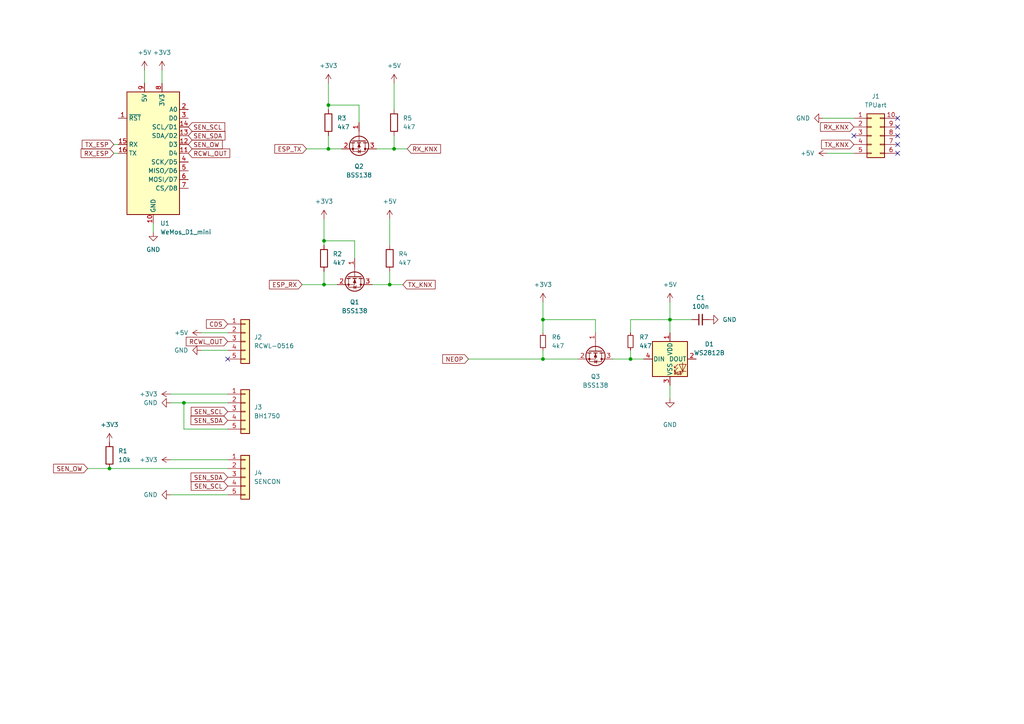
<source format=kicad_sch>
(kicad_sch (version 20211123) (generator eeschema)

  (uuid e63e39d7-6ac0-4ffd-8aa3-1841a4541b55)

  (paper "A4")

  (lib_symbols
    (symbol "Connector_Generic:Conn_01x05" (pin_names (offset 1.016) hide) (in_bom yes) (on_board yes)
      (property "Reference" "J" (id 0) (at 0 7.62 0)
        (effects (font (size 1.27 1.27)))
      )
      (property "Value" "Conn_01x05" (id 1) (at 0 -7.62 0)
        (effects (font (size 1.27 1.27)))
      )
      (property "Footprint" "" (id 2) (at 0 0 0)
        (effects (font (size 1.27 1.27)) hide)
      )
      (property "Datasheet" "~" (id 3) (at 0 0 0)
        (effects (font (size 1.27 1.27)) hide)
      )
      (property "ki_keywords" "connector" (id 4) (at 0 0 0)
        (effects (font (size 1.27 1.27)) hide)
      )
      (property "ki_description" "Generic connector, single row, 01x05, script generated (kicad-library-utils/schlib/autogen/connector/)" (id 5) (at 0 0 0)
        (effects (font (size 1.27 1.27)) hide)
      )
      (property "ki_fp_filters" "Connector*:*_1x??_*" (id 6) (at 0 0 0)
        (effects (font (size 1.27 1.27)) hide)
      )
      (symbol "Conn_01x05_1_1"
        (rectangle (start -1.27 -4.953) (end 0 -5.207)
          (stroke (width 0.1524) (type default) (color 0 0 0 0))
          (fill (type none))
        )
        (rectangle (start -1.27 -2.413) (end 0 -2.667)
          (stroke (width 0.1524) (type default) (color 0 0 0 0))
          (fill (type none))
        )
        (rectangle (start -1.27 0.127) (end 0 -0.127)
          (stroke (width 0.1524) (type default) (color 0 0 0 0))
          (fill (type none))
        )
        (rectangle (start -1.27 2.667) (end 0 2.413)
          (stroke (width 0.1524) (type default) (color 0 0 0 0))
          (fill (type none))
        )
        (rectangle (start -1.27 5.207) (end 0 4.953)
          (stroke (width 0.1524) (type default) (color 0 0 0 0))
          (fill (type none))
        )
        (rectangle (start -1.27 6.35) (end 1.27 -6.35)
          (stroke (width 0.254) (type default) (color 0 0 0 0))
          (fill (type background))
        )
        (pin passive line (at -5.08 5.08 0) (length 3.81)
          (name "Pin_1" (effects (font (size 1.27 1.27))))
          (number "1" (effects (font (size 1.27 1.27))))
        )
        (pin passive line (at -5.08 2.54 0) (length 3.81)
          (name "Pin_2" (effects (font (size 1.27 1.27))))
          (number "2" (effects (font (size 1.27 1.27))))
        )
        (pin passive line (at -5.08 0 0) (length 3.81)
          (name "Pin_3" (effects (font (size 1.27 1.27))))
          (number "3" (effects (font (size 1.27 1.27))))
        )
        (pin passive line (at -5.08 -2.54 0) (length 3.81)
          (name "Pin_4" (effects (font (size 1.27 1.27))))
          (number "4" (effects (font (size 1.27 1.27))))
        )
        (pin passive line (at -5.08 -5.08 0) (length 3.81)
          (name "Pin_5" (effects (font (size 1.27 1.27))))
          (number "5" (effects (font (size 1.27 1.27))))
        )
      )
    )
    (symbol "Connector_Generic:Conn_02x05_Counter_Clockwise" (pin_names (offset 1.016) hide) (in_bom yes) (on_board yes)
      (property "Reference" "J" (id 0) (at 1.27 7.62 0)
        (effects (font (size 1.27 1.27)))
      )
      (property "Value" "Conn_02x05_Counter_Clockwise" (id 1) (at 1.27 -7.62 0)
        (effects (font (size 1.27 1.27)))
      )
      (property "Footprint" "" (id 2) (at 0 0 0)
        (effects (font (size 1.27 1.27)) hide)
      )
      (property "Datasheet" "~" (id 3) (at 0 0 0)
        (effects (font (size 1.27 1.27)) hide)
      )
      (property "ki_keywords" "connector" (id 4) (at 0 0 0)
        (effects (font (size 1.27 1.27)) hide)
      )
      (property "ki_description" "Generic connector, double row, 02x05, counter clockwise pin numbering scheme (similar to DIP packge numbering), script generated (kicad-library-utils/schlib/autogen/connector/)" (id 5) (at 0 0 0)
        (effects (font (size 1.27 1.27)) hide)
      )
      (property "ki_fp_filters" "Connector*:*_2x??_*" (id 6) (at 0 0 0)
        (effects (font (size 1.27 1.27)) hide)
      )
      (symbol "Conn_02x05_Counter_Clockwise_1_1"
        (rectangle (start -1.27 -4.953) (end 0 -5.207)
          (stroke (width 0.1524) (type default) (color 0 0 0 0))
          (fill (type none))
        )
        (rectangle (start -1.27 -2.413) (end 0 -2.667)
          (stroke (width 0.1524) (type default) (color 0 0 0 0))
          (fill (type none))
        )
        (rectangle (start -1.27 0.127) (end 0 -0.127)
          (stroke (width 0.1524) (type default) (color 0 0 0 0))
          (fill (type none))
        )
        (rectangle (start -1.27 2.667) (end 0 2.413)
          (stroke (width 0.1524) (type default) (color 0 0 0 0))
          (fill (type none))
        )
        (rectangle (start -1.27 5.207) (end 0 4.953)
          (stroke (width 0.1524) (type default) (color 0 0 0 0))
          (fill (type none))
        )
        (rectangle (start -1.27 6.35) (end 3.81 -6.35)
          (stroke (width 0.254) (type default) (color 0 0 0 0))
          (fill (type background))
        )
        (rectangle (start 3.81 -4.953) (end 2.54 -5.207)
          (stroke (width 0.1524) (type default) (color 0 0 0 0))
          (fill (type none))
        )
        (rectangle (start 3.81 -2.413) (end 2.54 -2.667)
          (stroke (width 0.1524) (type default) (color 0 0 0 0))
          (fill (type none))
        )
        (rectangle (start 3.81 0.127) (end 2.54 -0.127)
          (stroke (width 0.1524) (type default) (color 0 0 0 0))
          (fill (type none))
        )
        (rectangle (start 3.81 2.667) (end 2.54 2.413)
          (stroke (width 0.1524) (type default) (color 0 0 0 0))
          (fill (type none))
        )
        (rectangle (start 3.81 5.207) (end 2.54 4.953)
          (stroke (width 0.1524) (type default) (color 0 0 0 0))
          (fill (type none))
        )
        (pin passive line (at -5.08 5.08 0) (length 3.81)
          (name "Pin_1" (effects (font (size 1.27 1.27))))
          (number "1" (effects (font (size 1.27 1.27))))
        )
        (pin passive line (at 7.62 5.08 180) (length 3.81)
          (name "Pin_10" (effects (font (size 1.27 1.27))))
          (number "10" (effects (font (size 1.27 1.27))))
        )
        (pin passive line (at -5.08 2.54 0) (length 3.81)
          (name "Pin_2" (effects (font (size 1.27 1.27))))
          (number "2" (effects (font (size 1.27 1.27))))
        )
        (pin passive line (at -5.08 0 0) (length 3.81)
          (name "Pin_3" (effects (font (size 1.27 1.27))))
          (number "3" (effects (font (size 1.27 1.27))))
        )
        (pin passive line (at -5.08 -2.54 0) (length 3.81)
          (name "Pin_4" (effects (font (size 1.27 1.27))))
          (number "4" (effects (font (size 1.27 1.27))))
        )
        (pin passive line (at -5.08 -5.08 0) (length 3.81)
          (name "Pin_5" (effects (font (size 1.27 1.27))))
          (number "5" (effects (font (size 1.27 1.27))))
        )
        (pin passive line (at 7.62 -5.08 180) (length 3.81)
          (name "Pin_6" (effects (font (size 1.27 1.27))))
          (number "6" (effects (font (size 1.27 1.27))))
        )
        (pin passive line (at 7.62 -2.54 180) (length 3.81)
          (name "Pin_7" (effects (font (size 1.27 1.27))))
          (number "7" (effects (font (size 1.27 1.27))))
        )
        (pin passive line (at 7.62 0 180) (length 3.81)
          (name "Pin_8" (effects (font (size 1.27 1.27))))
          (number "8" (effects (font (size 1.27 1.27))))
        )
        (pin passive line (at 7.62 2.54 180) (length 3.81)
          (name "Pin_9" (effects (font (size 1.27 1.27))))
          (number "9" (effects (font (size 1.27 1.27))))
        )
      )
    )
    (symbol "Device:C_Small" (pin_numbers hide) (pin_names (offset 0.254) hide) (in_bom yes) (on_board yes)
      (property "Reference" "C" (id 0) (at 0.254 1.778 0)
        (effects (font (size 1.27 1.27)) (justify left))
      )
      (property "Value" "C_Small" (id 1) (at 0.254 -2.032 0)
        (effects (font (size 1.27 1.27)) (justify left))
      )
      (property "Footprint" "" (id 2) (at 0 0 0)
        (effects (font (size 1.27 1.27)) hide)
      )
      (property "Datasheet" "~" (id 3) (at 0 0 0)
        (effects (font (size 1.27 1.27)) hide)
      )
      (property "ki_keywords" "capacitor cap" (id 4) (at 0 0 0)
        (effects (font (size 1.27 1.27)) hide)
      )
      (property "ki_description" "Unpolarized capacitor, small symbol" (id 5) (at 0 0 0)
        (effects (font (size 1.27 1.27)) hide)
      )
      (property "ki_fp_filters" "C_*" (id 6) (at 0 0 0)
        (effects (font (size 1.27 1.27)) hide)
      )
      (symbol "C_Small_0_1"
        (polyline
          (pts
            (xy -1.524 -0.508)
            (xy 1.524 -0.508)
          )
          (stroke (width 0.3302) (type default) (color 0 0 0 0))
          (fill (type none))
        )
        (polyline
          (pts
            (xy -1.524 0.508)
            (xy 1.524 0.508)
          )
          (stroke (width 0.3048) (type default) (color 0 0 0 0))
          (fill (type none))
        )
      )
      (symbol "C_Small_1_1"
        (pin passive line (at 0 2.54 270) (length 2.032)
          (name "~" (effects (font (size 1.27 1.27))))
          (number "1" (effects (font (size 1.27 1.27))))
        )
        (pin passive line (at 0 -2.54 90) (length 2.032)
          (name "~" (effects (font (size 1.27 1.27))))
          (number "2" (effects (font (size 1.27 1.27))))
        )
      )
    )
    (symbol "Device:R" (pin_numbers hide) (pin_names (offset 0)) (in_bom yes) (on_board yes)
      (property "Reference" "R" (id 0) (at 2.032 0 90)
        (effects (font (size 1.27 1.27)))
      )
      (property "Value" "R" (id 1) (at 0 0 90)
        (effects (font (size 1.27 1.27)))
      )
      (property "Footprint" "" (id 2) (at -1.778 0 90)
        (effects (font (size 1.27 1.27)) hide)
      )
      (property "Datasheet" "~" (id 3) (at 0 0 0)
        (effects (font (size 1.27 1.27)) hide)
      )
      (property "ki_keywords" "R res resistor" (id 4) (at 0 0 0)
        (effects (font (size 1.27 1.27)) hide)
      )
      (property "ki_description" "Resistor" (id 5) (at 0 0 0)
        (effects (font (size 1.27 1.27)) hide)
      )
      (property "ki_fp_filters" "R_*" (id 6) (at 0 0 0)
        (effects (font (size 1.27 1.27)) hide)
      )
      (symbol "R_0_1"
        (rectangle (start -1.016 -2.54) (end 1.016 2.54)
          (stroke (width 0.254) (type default) (color 0 0 0 0))
          (fill (type none))
        )
      )
      (symbol "R_1_1"
        (pin passive line (at 0 3.81 270) (length 1.27)
          (name "~" (effects (font (size 1.27 1.27))))
          (number "1" (effects (font (size 1.27 1.27))))
        )
        (pin passive line (at 0 -3.81 90) (length 1.27)
          (name "~" (effects (font (size 1.27 1.27))))
          (number "2" (effects (font (size 1.27 1.27))))
        )
      )
    )
    (symbol "Device:R_Small" (pin_numbers hide) (pin_names (offset 0.254) hide) (in_bom yes) (on_board yes)
      (property "Reference" "R" (id 0) (at 0.762 0.508 0)
        (effects (font (size 1.27 1.27)) (justify left))
      )
      (property "Value" "R_Small" (id 1) (at 0.762 -1.016 0)
        (effects (font (size 1.27 1.27)) (justify left))
      )
      (property "Footprint" "" (id 2) (at 0 0 0)
        (effects (font (size 1.27 1.27)) hide)
      )
      (property "Datasheet" "~" (id 3) (at 0 0 0)
        (effects (font (size 1.27 1.27)) hide)
      )
      (property "ki_keywords" "R resistor" (id 4) (at 0 0 0)
        (effects (font (size 1.27 1.27)) hide)
      )
      (property "ki_description" "Resistor, small symbol" (id 5) (at 0 0 0)
        (effects (font (size 1.27 1.27)) hide)
      )
      (property "ki_fp_filters" "R_*" (id 6) (at 0 0 0)
        (effects (font (size 1.27 1.27)) hide)
      )
      (symbol "R_Small_0_1"
        (rectangle (start -0.762 1.778) (end 0.762 -1.778)
          (stroke (width 0.2032) (type default) (color 0 0 0 0))
          (fill (type none))
        )
      )
      (symbol "R_Small_1_1"
        (pin passive line (at 0 2.54 270) (length 0.762)
          (name "~" (effects (font (size 1.27 1.27))))
          (number "1" (effects (font (size 1.27 1.27))))
        )
        (pin passive line (at 0 -2.54 90) (length 0.762)
          (name "~" (effects (font (size 1.27 1.27))))
          (number "2" (effects (font (size 1.27 1.27))))
        )
      )
    )
    (symbol "LED:WS2812B" (pin_names (offset 0.254)) (in_bom yes) (on_board yes)
      (property "Reference" "D" (id 0) (at 5.08 5.715 0)
        (effects (font (size 1.27 1.27)) (justify right bottom))
      )
      (property "Value" "WS2812B" (id 1) (at 1.27 -5.715 0)
        (effects (font (size 1.27 1.27)) (justify left top))
      )
      (property "Footprint" "LED_SMD:LED_WS2812B_PLCC4_5.0x5.0mm_P3.2mm" (id 2) (at 1.27 -7.62 0)
        (effects (font (size 1.27 1.27)) (justify left top) hide)
      )
      (property "Datasheet" "https://cdn-shop.adafruit.com/datasheets/WS2812B.pdf" (id 3) (at 2.54 -9.525 0)
        (effects (font (size 1.27 1.27)) (justify left top) hide)
      )
      (property "ki_keywords" "RGB LED NeoPixel addressable" (id 4) (at 0 0 0)
        (effects (font (size 1.27 1.27)) hide)
      )
      (property "ki_description" "RGB LED with integrated controller" (id 5) (at 0 0 0)
        (effects (font (size 1.27 1.27)) hide)
      )
      (property "ki_fp_filters" "LED*WS2812*PLCC*5.0x5.0mm*P3.2mm*" (id 6) (at 0 0 0)
        (effects (font (size 1.27 1.27)) hide)
      )
      (symbol "WS2812B_0_0"
        (text "RGB" (at 2.286 -4.191 0)
          (effects (font (size 0.762 0.762)))
        )
      )
      (symbol "WS2812B_0_1"
        (polyline
          (pts
            (xy 1.27 -3.556)
            (xy 1.778 -3.556)
          )
          (stroke (width 0) (type default) (color 0 0 0 0))
          (fill (type none))
        )
        (polyline
          (pts
            (xy 1.27 -2.54)
            (xy 1.778 -2.54)
          )
          (stroke (width 0) (type default) (color 0 0 0 0))
          (fill (type none))
        )
        (polyline
          (pts
            (xy 4.699 -3.556)
            (xy 2.667 -3.556)
          )
          (stroke (width 0) (type default) (color 0 0 0 0))
          (fill (type none))
        )
        (polyline
          (pts
            (xy 2.286 -2.54)
            (xy 1.27 -3.556)
            (xy 1.27 -3.048)
          )
          (stroke (width 0) (type default) (color 0 0 0 0))
          (fill (type none))
        )
        (polyline
          (pts
            (xy 2.286 -1.524)
            (xy 1.27 -2.54)
            (xy 1.27 -2.032)
          )
          (stroke (width 0) (type default) (color 0 0 0 0))
          (fill (type none))
        )
        (polyline
          (pts
            (xy 3.683 -1.016)
            (xy 3.683 -3.556)
            (xy 3.683 -4.064)
          )
          (stroke (width 0) (type default) (color 0 0 0 0))
          (fill (type none))
        )
        (polyline
          (pts
            (xy 4.699 -1.524)
            (xy 2.667 -1.524)
            (xy 3.683 -3.556)
            (xy 4.699 -1.524)
          )
          (stroke (width 0) (type default) (color 0 0 0 0))
          (fill (type none))
        )
        (rectangle (start 5.08 5.08) (end -5.08 -5.08)
          (stroke (width 0.254) (type default) (color 0 0 0 0))
          (fill (type background))
        )
      )
      (symbol "WS2812B_1_1"
        (pin power_in line (at 0 7.62 270) (length 2.54)
          (name "VDD" (effects (font (size 1.27 1.27))))
          (number "1" (effects (font (size 1.27 1.27))))
        )
        (pin output line (at 7.62 0 180) (length 2.54)
          (name "DOUT" (effects (font (size 1.27 1.27))))
          (number "2" (effects (font (size 1.27 1.27))))
        )
        (pin power_in line (at 0 -7.62 90) (length 2.54)
          (name "VSS" (effects (font (size 1.27 1.27))))
          (number "3" (effects (font (size 1.27 1.27))))
        )
        (pin input line (at -7.62 0 0) (length 2.54)
          (name "DIN" (effects (font (size 1.27 1.27))))
          (number "4" (effects (font (size 1.27 1.27))))
        )
      )
    )
    (symbol "MCU_Module:WeMos_D1_mini" (in_bom yes) (on_board yes)
      (property "Reference" "U" (id 0) (at 3.81 19.05 0)
        (effects (font (size 1.27 1.27)) (justify left))
      )
      (property "Value" "WeMos_D1_mini" (id 1) (at 1.27 -19.05 0)
        (effects (font (size 1.27 1.27)) (justify left))
      )
      (property "Footprint" "Module:WEMOS_D1_mini_light" (id 2) (at 0 -29.21 0)
        (effects (font (size 1.27 1.27)) hide)
      )
      (property "Datasheet" "https://wiki.wemos.cc/products:d1:d1_mini#documentation" (id 3) (at -46.99 -29.21 0)
        (effects (font (size 1.27 1.27)) hide)
      )
      (property "ki_keywords" "ESP8266 WiFi microcontroller ESP8266EX" (id 4) (at 0 0 0)
        (effects (font (size 1.27 1.27)) hide)
      )
      (property "ki_description" "32-bit microcontroller module with WiFi" (id 5) (at 0 0 0)
        (effects (font (size 1.27 1.27)) hide)
      )
      (property "ki_fp_filters" "WEMOS*D1*mini*" (id 6) (at 0 0 0)
        (effects (font (size 1.27 1.27)) hide)
      )
      (symbol "WeMos_D1_mini_1_1"
        (rectangle (start -7.62 17.78) (end 7.62 -17.78)
          (stroke (width 0.254) (type default) (color 0 0 0 0))
          (fill (type background))
        )
        (pin input line (at -10.16 10.16 0) (length 2.54)
          (name "~{RST}" (effects (font (size 1.27 1.27))))
          (number "1" (effects (font (size 1.27 1.27))))
        )
        (pin power_in line (at 0 -20.32 90) (length 2.54)
          (name "GND" (effects (font (size 1.27 1.27))))
          (number "10" (effects (font (size 1.27 1.27))))
        )
        (pin bidirectional line (at 10.16 0 180) (length 2.54)
          (name "D4" (effects (font (size 1.27 1.27))))
          (number "11" (effects (font (size 1.27 1.27))))
        )
        (pin bidirectional line (at 10.16 2.54 180) (length 2.54)
          (name "D3" (effects (font (size 1.27 1.27))))
          (number "12" (effects (font (size 1.27 1.27))))
        )
        (pin bidirectional line (at 10.16 5.08 180) (length 2.54)
          (name "SDA/D2" (effects (font (size 1.27 1.27))))
          (number "13" (effects (font (size 1.27 1.27))))
        )
        (pin bidirectional line (at 10.16 7.62 180) (length 2.54)
          (name "SCL/D1" (effects (font (size 1.27 1.27))))
          (number "14" (effects (font (size 1.27 1.27))))
        )
        (pin input line (at -10.16 2.54 0) (length 2.54)
          (name "RX" (effects (font (size 1.27 1.27))))
          (number "15" (effects (font (size 1.27 1.27))))
        )
        (pin output line (at -10.16 0 0) (length 2.54)
          (name "TX" (effects (font (size 1.27 1.27))))
          (number "16" (effects (font (size 1.27 1.27))))
        )
        (pin input line (at 10.16 12.7 180) (length 2.54)
          (name "A0" (effects (font (size 1.27 1.27))))
          (number "2" (effects (font (size 1.27 1.27))))
        )
        (pin bidirectional line (at 10.16 10.16 180) (length 2.54)
          (name "D0" (effects (font (size 1.27 1.27))))
          (number "3" (effects (font (size 1.27 1.27))))
        )
        (pin bidirectional line (at 10.16 -2.54 180) (length 2.54)
          (name "SCK/D5" (effects (font (size 1.27 1.27))))
          (number "4" (effects (font (size 1.27 1.27))))
        )
        (pin bidirectional line (at 10.16 -5.08 180) (length 2.54)
          (name "MISO/D6" (effects (font (size 1.27 1.27))))
          (number "5" (effects (font (size 1.27 1.27))))
        )
        (pin bidirectional line (at 10.16 -7.62 180) (length 2.54)
          (name "MOSI/D7" (effects (font (size 1.27 1.27))))
          (number "6" (effects (font (size 1.27 1.27))))
        )
        (pin bidirectional line (at 10.16 -10.16 180) (length 2.54)
          (name "CS/D8" (effects (font (size 1.27 1.27))))
          (number "7" (effects (font (size 1.27 1.27))))
        )
        (pin power_out line (at 2.54 20.32 270) (length 2.54)
          (name "3V3" (effects (font (size 1.27 1.27))))
          (number "8" (effects (font (size 1.27 1.27))))
        )
        (pin power_in line (at -2.54 20.32 270) (length 2.54)
          (name "5V" (effects (font (size 1.27 1.27))))
          (number "9" (effects (font (size 1.27 1.27))))
        )
      )
    )
    (symbol "Transistor_FET:BSS138" (pin_names hide) (in_bom yes) (on_board yes)
      (property "Reference" "Q" (id 0) (at 5.08 1.905 0)
        (effects (font (size 1.27 1.27)) (justify left))
      )
      (property "Value" "BSS138" (id 1) (at 5.08 0 0)
        (effects (font (size 1.27 1.27)) (justify left))
      )
      (property "Footprint" "Package_TO_SOT_SMD:SOT-23" (id 2) (at 5.08 -1.905 0)
        (effects (font (size 1.27 1.27) italic) (justify left) hide)
      )
      (property "Datasheet" "https://www.onsemi.com/pub/Collateral/BSS138-D.PDF" (id 3) (at 0 0 0)
        (effects (font (size 1.27 1.27)) (justify left) hide)
      )
      (property "ki_keywords" "N-Channel MOSFET" (id 4) (at 0 0 0)
        (effects (font (size 1.27 1.27)) hide)
      )
      (property "ki_description" "50V Vds, 0.22A Id, N-Channel MOSFET, SOT-23" (id 5) (at 0 0 0)
        (effects (font (size 1.27 1.27)) hide)
      )
      (property "ki_fp_filters" "SOT?23*" (id 6) (at 0 0 0)
        (effects (font (size 1.27 1.27)) hide)
      )
      (symbol "BSS138_0_1"
        (polyline
          (pts
            (xy 0.254 0)
            (xy -2.54 0)
          )
          (stroke (width 0) (type default) (color 0 0 0 0))
          (fill (type none))
        )
        (polyline
          (pts
            (xy 0.254 1.905)
            (xy 0.254 -1.905)
          )
          (stroke (width 0.254) (type default) (color 0 0 0 0))
          (fill (type none))
        )
        (polyline
          (pts
            (xy 0.762 -1.27)
            (xy 0.762 -2.286)
          )
          (stroke (width 0.254) (type default) (color 0 0 0 0))
          (fill (type none))
        )
        (polyline
          (pts
            (xy 0.762 0.508)
            (xy 0.762 -0.508)
          )
          (stroke (width 0.254) (type default) (color 0 0 0 0))
          (fill (type none))
        )
        (polyline
          (pts
            (xy 0.762 2.286)
            (xy 0.762 1.27)
          )
          (stroke (width 0.254) (type default) (color 0 0 0 0))
          (fill (type none))
        )
        (polyline
          (pts
            (xy 2.54 2.54)
            (xy 2.54 1.778)
          )
          (stroke (width 0) (type default) (color 0 0 0 0))
          (fill (type none))
        )
        (polyline
          (pts
            (xy 2.54 -2.54)
            (xy 2.54 0)
            (xy 0.762 0)
          )
          (stroke (width 0) (type default) (color 0 0 0 0))
          (fill (type none))
        )
        (polyline
          (pts
            (xy 0.762 -1.778)
            (xy 3.302 -1.778)
            (xy 3.302 1.778)
            (xy 0.762 1.778)
          )
          (stroke (width 0) (type default) (color 0 0 0 0))
          (fill (type none))
        )
        (polyline
          (pts
            (xy 1.016 0)
            (xy 2.032 0.381)
            (xy 2.032 -0.381)
            (xy 1.016 0)
          )
          (stroke (width 0) (type default) (color 0 0 0 0))
          (fill (type outline))
        )
        (polyline
          (pts
            (xy 2.794 0.508)
            (xy 2.921 0.381)
            (xy 3.683 0.381)
            (xy 3.81 0.254)
          )
          (stroke (width 0) (type default) (color 0 0 0 0))
          (fill (type none))
        )
        (polyline
          (pts
            (xy 3.302 0.381)
            (xy 2.921 -0.254)
            (xy 3.683 -0.254)
            (xy 3.302 0.381)
          )
          (stroke (width 0) (type default) (color 0 0 0 0))
          (fill (type none))
        )
        (circle (center 1.651 0) (radius 2.794)
          (stroke (width 0.254) (type default) (color 0 0 0 0))
          (fill (type none))
        )
        (circle (center 2.54 -1.778) (radius 0.254)
          (stroke (width 0) (type default) (color 0 0 0 0))
          (fill (type outline))
        )
        (circle (center 2.54 1.778) (radius 0.254)
          (stroke (width 0) (type default) (color 0 0 0 0))
          (fill (type outline))
        )
      )
      (symbol "BSS138_1_1"
        (pin input line (at -5.08 0 0) (length 2.54)
          (name "G" (effects (font (size 1.27 1.27))))
          (number "1" (effects (font (size 1.27 1.27))))
        )
        (pin passive line (at 2.54 -5.08 90) (length 2.54)
          (name "S" (effects (font (size 1.27 1.27))))
          (number "2" (effects (font (size 1.27 1.27))))
        )
        (pin passive line (at 2.54 5.08 270) (length 2.54)
          (name "D" (effects (font (size 1.27 1.27))))
          (number "3" (effects (font (size 1.27 1.27))))
        )
      )
    )
    (symbol "power:+3.3V" (power) (pin_names (offset 0)) (in_bom yes) (on_board yes)
      (property "Reference" "#PWR" (id 0) (at 0 -3.81 0)
        (effects (font (size 1.27 1.27)) hide)
      )
      (property "Value" "+3.3V" (id 1) (at 0 3.556 0)
        (effects (font (size 1.27 1.27)))
      )
      (property "Footprint" "" (id 2) (at 0 0 0)
        (effects (font (size 1.27 1.27)) hide)
      )
      (property "Datasheet" "" (id 3) (at 0 0 0)
        (effects (font (size 1.27 1.27)) hide)
      )
      (property "ki_keywords" "power-flag" (id 4) (at 0 0 0)
        (effects (font (size 1.27 1.27)) hide)
      )
      (property "ki_description" "Power symbol creates a global label with name \"+3.3V\"" (id 5) (at 0 0 0)
        (effects (font (size 1.27 1.27)) hide)
      )
      (symbol "+3.3V_0_1"
        (polyline
          (pts
            (xy -0.762 1.27)
            (xy 0 2.54)
          )
          (stroke (width 0) (type default) (color 0 0 0 0))
          (fill (type none))
        )
        (polyline
          (pts
            (xy 0 0)
            (xy 0 2.54)
          )
          (stroke (width 0) (type default) (color 0 0 0 0))
          (fill (type none))
        )
        (polyline
          (pts
            (xy 0 2.54)
            (xy 0.762 1.27)
          )
          (stroke (width 0) (type default) (color 0 0 0 0))
          (fill (type none))
        )
      )
      (symbol "+3.3V_1_1"
        (pin power_in line (at 0 0 90) (length 0) hide
          (name "+3V3" (effects (font (size 1.27 1.27))))
          (number "1" (effects (font (size 1.27 1.27))))
        )
      )
    )
    (symbol "power:+5V" (power) (pin_names (offset 0)) (in_bom yes) (on_board yes)
      (property "Reference" "#PWR" (id 0) (at 0 -3.81 0)
        (effects (font (size 1.27 1.27)) hide)
      )
      (property "Value" "+5V" (id 1) (at 0 3.556 0)
        (effects (font (size 1.27 1.27)))
      )
      (property "Footprint" "" (id 2) (at 0 0 0)
        (effects (font (size 1.27 1.27)) hide)
      )
      (property "Datasheet" "" (id 3) (at 0 0 0)
        (effects (font (size 1.27 1.27)) hide)
      )
      (property "ki_keywords" "power-flag" (id 4) (at 0 0 0)
        (effects (font (size 1.27 1.27)) hide)
      )
      (property "ki_description" "Power symbol creates a global label with name \"+5V\"" (id 5) (at 0 0 0)
        (effects (font (size 1.27 1.27)) hide)
      )
      (symbol "+5V_0_1"
        (polyline
          (pts
            (xy -0.762 1.27)
            (xy 0 2.54)
          )
          (stroke (width 0) (type default) (color 0 0 0 0))
          (fill (type none))
        )
        (polyline
          (pts
            (xy 0 0)
            (xy 0 2.54)
          )
          (stroke (width 0) (type default) (color 0 0 0 0))
          (fill (type none))
        )
        (polyline
          (pts
            (xy 0 2.54)
            (xy 0.762 1.27)
          )
          (stroke (width 0) (type default) (color 0 0 0 0))
          (fill (type none))
        )
      )
      (symbol "+5V_1_1"
        (pin power_in line (at 0 0 90) (length 0) hide
          (name "+5V" (effects (font (size 1.27 1.27))))
          (number "1" (effects (font (size 1.27 1.27))))
        )
      )
    )
    (symbol "power:GND" (power) (pin_names (offset 0)) (in_bom yes) (on_board yes)
      (property "Reference" "#PWR" (id 0) (at 0 -6.35 0)
        (effects (font (size 1.27 1.27)) hide)
      )
      (property "Value" "GND" (id 1) (at 0 -3.81 0)
        (effects (font (size 1.27 1.27)))
      )
      (property "Footprint" "" (id 2) (at 0 0 0)
        (effects (font (size 1.27 1.27)) hide)
      )
      (property "Datasheet" "" (id 3) (at 0 0 0)
        (effects (font (size 1.27 1.27)) hide)
      )
      (property "ki_keywords" "power-flag" (id 4) (at 0 0 0)
        (effects (font (size 1.27 1.27)) hide)
      )
      (property "ki_description" "Power symbol creates a global label with name \"GND\" , ground" (id 5) (at 0 0 0)
        (effects (font (size 1.27 1.27)) hide)
      )
      (symbol "GND_0_1"
        (polyline
          (pts
            (xy 0 0)
            (xy 0 -1.27)
            (xy 1.27 -1.27)
            (xy 0 -2.54)
            (xy -1.27 -1.27)
            (xy 0 -1.27)
          )
          (stroke (width 0) (type default) (color 0 0 0 0))
          (fill (type none))
        )
      )
      (symbol "GND_1_1"
        (pin power_in line (at 0 0 270) (length 0) hide
          (name "GND" (effects (font (size 1.27 1.27))))
          (number "1" (effects (font (size 1.27 1.27))))
        )
      )
    )
  )

  (junction (at 157.48 92.71) (diameter 0) (color 0 0 0 0)
    (uuid 1cb900fb-e949-43d6-9d6c-46bf6adc79f7)
  )
  (junction (at 95.25 30.48) (diameter 0) (color 0 0 0 0)
    (uuid 725a9026-7dfd-4dae-8ffc-289d9f4a1044)
  )
  (junction (at 194.31 92.71) (diameter 0) (color 0 0 0 0)
    (uuid 83bfc0c4-76ea-4c89-9589-77a6613ebeed)
  )
  (junction (at 95.25 43.18) (diameter 0) (color 0 0 0 0)
    (uuid 9241b352-7586-4052-903c-8bd8a4c8723a)
  )
  (junction (at 114.3 43.18) (diameter 0) (color 0 0 0 0)
    (uuid 994fa198-e514-474a-b06c-8cbde1cd1e2e)
  )
  (junction (at 53.34 116.84) (diameter 0) (color 0 0 0 0)
    (uuid a3288b35-8e61-4254-a364-be0eb8158db7)
  )
  (junction (at 157.48 104.14) (diameter 0) (color 0 0 0 0)
    (uuid a69b98b8-9b2a-48de-a80c-ce81beddb555)
  )
  (junction (at 182.88 104.14) (diameter 0) (color 0 0 0 0)
    (uuid ac582f13-d402-43b0-ac58-167ffb766c3e)
  )
  (junction (at 93.98 69.85) (diameter 0) (color 0 0 0 0)
    (uuid b3576592-97c7-46cf-8c65-dd4c41f6bb01)
  )
  (junction (at 31.75 135.89) (diameter 0) (color 0 0 0 0)
    (uuid caa61870-5043-41ec-9e3f-8ec40432664d)
  )
  (junction (at 113.03 82.55) (diameter 0) (color 0 0 0 0)
    (uuid cc452b31-29ad-42be-bd67-6dd7ea26618a)
  )
  (junction (at 93.98 82.55) (diameter 0) (color 0 0 0 0)
    (uuid cc501ed1-ce90-41cb-a487-270f826c56b7)
  )

  (no_connect (at 247.65 39.37) (uuid 0bbd8af0-9422-4cd9-a1cd-e31c8d1b8cf1))
  (no_connect (at 260.35 41.91) (uuid 0bbd8af0-9422-4cd9-a1cd-e31c8d1b8cf2))
  (no_connect (at 260.35 36.83) (uuid 0bbd8af0-9422-4cd9-a1cd-e31c8d1b8cf3))
  (no_connect (at 260.35 39.37) (uuid 0bbd8af0-9422-4cd9-a1cd-e31c8d1b8cf4))
  (no_connect (at 260.35 44.45) (uuid 0bbd8af0-9422-4cd9-a1cd-e31c8d1b8cf5))
  (no_connect (at 260.35 34.29) (uuid 0bbd8af0-9422-4cd9-a1cd-e31c8d1b8cf6))
  (no_connect (at 66.04 104.14) (uuid ac4f4f3d-50bd-428e-86b8-8c5a246587b9))

  (wire (pts (xy 93.98 63.5) (xy 93.98 69.85))
    (stroke (width 0) (type default) (color 0 0 0 0))
    (uuid 03e4c60f-8666-4930-bce3-5db068d889ad)
  )
  (wire (pts (xy 157.48 92.71) (xy 157.48 96.52))
    (stroke (width 0) (type default) (color 0 0 0 0))
    (uuid 0436bb0a-0685-4f70-9a8a-7746bb025816)
  )
  (wire (pts (xy 109.22 43.18) (xy 114.3 43.18))
    (stroke (width 0) (type default) (color 0 0 0 0))
    (uuid 0fde50db-3aea-4cde-8931-f9837f8560a7)
  )
  (wire (pts (xy 182.88 104.14) (xy 186.69 104.14))
    (stroke (width 0) (type default) (color 0 0 0 0))
    (uuid 0fef84ee-0e08-4b97-a238-3469fd33b24b)
  )
  (wire (pts (xy 104.14 35.56) (xy 104.14 30.48))
    (stroke (width 0) (type default) (color 0 0 0 0))
    (uuid 12661c21-6493-46fc-871c-64d2b9ff320a)
  )
  (wire (pts (xy 113.03 63.5) (xy 113.03 71.12))
    (stroke (width 0) (type default) (color 0 0 0 0))
    (uuid 1d2d8050-70d3-49ab-9059-5751cfe81eea)
  )
  (wire (pts (xy 88.9 43.18) (xy 95.25 43.18))
    (stroke (width 0) (type default) (color 0 0 0 0))
    (uuid 1db4b730-67bd-4f9f-ae61-e70255be1c27)
  )
  (wire (pts (xy 157.48 87.63) (xy 157.48 92.71))
    (stroke (width 0) (type default) (color 0 0 0 0))
    (uuid 269faed6-e2f5-4aca-828c-5aca53d8e7e9)
  )
  (wire (pts (xy 93.98 69.85) (xy 102.87 69.85))
    (stroke (width 0) (type default) (color 0 0 0 0))
    (uuid 2a293216-41ac-4c10-80c0-8ee59e99282c)
  )
  (wire (pts (xy 93.98 82.55) (xy 97.79 82.55))
    (stroke (width 0) (type default) (color 0 0 0 0))
    (uuid 2a894a84-1939-4e5d-971f-e29278879ab5)
  )
  (wire (pts (xy 44.45 64.77) (xy 44.45 67.31))
    (stroke (width 0) (type default) (color 0 0 0 0))
    (uuid 2e6783f6-ba51-414c-a4d4-80a0d6b5ee58)
  )
  (wire (pts (xy 41.91 20.32) (xy 41.91 24.13))
    (stroke (width 0) (type default) (color 0 0 0 0))
    (uuid 343ede0b-6949-4509-8814-f2d4defb6dce)
  )
  (wire (pts (xy 33.02 44.45) (xy 34.29 44.45))
    (stroke (width 0) (type default) (color 0 0 0 0))
    (uuid 34f486b2-798f-4194-a18d-edcf8fb41f10)
  )
  (wire (pts (xy 200.66 92.71) (xy 194.31 92.71))
    (stroke (width 0) (type default) (color 0 0 0 0))
    (uuid 3c1debe4-36dc-4909-8834-4150140a1379)
  )
  (wire (pts (xy 53.34 116.84) (xy 53.34 124.46))
    (stroke (width 0) (type default) (color 0 0 0 0))
    (uuid 415e36c1-3a5b-4190-b926-779684039aff)
  )
  (wire (pts (xy 95.25 43.18) (xy 99.06 43.18))
    (stroke (width 0) (type default) (color 0 0 0 0))
    (uuid 41eb147b-4068-4fe4-88c3-85aa30dc1bd1)
  )
  (wire (pts (xy 177.8 104.14) (xy 182.88 104.14))
    (stroke (width 0) (type default) (color 0 0 0 0))
    (uuid 4566dfef-f09b-48c4-94b2-af70ca225db9)
  )
  (wire (pts (xy 135.89 104.14) (xy 157.48 104.14))
    (stroke (width 0) (type default) (color 0 0 0 0))
    (uuid 46300604-1c01-4d8b-8fb8-78b30b73c532)
  )
  (wire (pts (xy 194.31 87.63) (xy 194.31 92.71))
    (stroke (width 0) (type default) (color 0 0 0 0))
    (uuid 56a70b92-600c-41cf-84ef-c605991e942b)
  )
  (wire (pts (xy 157.48 104.14) (xy 167.64 104.14))
    (stroke (width 0) (type default) (color 0 0 0 0))
    (uuid 584dcfca-59c1-40c4-b52b-ee5b167246dc)
  )
  (wire (pts (xy 95.25 39.37) (xy 95.25 43.18))
    (stroke (width 0) (type default) (color 0 0 0 0))
    (uuid 59e68a1b-3531-4db5-ab66-bca98f5dbad7)
  )
  (wire (pts (xy 172.72 92.71) (xy 172.72 96.52))
    (stroke (width 0) (type default) (color 0 0 0 0))
    (uuid 5cd1dd4f-4008-4b9a-b1ee-08b159fc81e7)
  )
  (wire (pts (xy 113.03 82.55) (xy 116.84 82.55))
    (stroke (width 0) (type default) (color 0 0 0 0))
    (uuid 5d1439c6-1c2e-44aa-a3bc-539716bb5acf)
  )
  (wire (pts (xy 25.4 135.89) (xy 31.75 135.89))
    (stroke (width 0) (type default) (color 0 0 0 0))
    (uuid 5ec0f8ec-6453-4446-ae14-ef1b0a186322)
  )
  (wire (pts (xy 194.31 111.76) (xy 194.31 115.57))
    (stroke (width 0) (type default) (color 0 0 0 0))
    (uuid 632562a9-f924-4413-b4ed-d41e5ee105ed)
  )
  (wire (pts (xy 95.25 24.13) (xy 95.25 30.48))
    (stroke (width 0) (type default) (color 0 0 0 0))
    (uuid 6692f13f-bf4b-4b17-b50b-3678c2bb1cc1)
  )
  (wire (pts (xy 157.48 92.71) (xy 172.72 92.71))
    (stroke (width 0) (type default) (color 0 0 0 0))
    (uuid 68d7e7d8-d0cc-44a0-830a-9832e50efbef)
  )
  (wire (pts (xy 53.34 124.46) (xy 66.04 124.46))
    (stroke (width 0) (type default) (color 0 0 0 0))
    (uuid 748e5072-e182-4cd9-89f7-e3788dd2ded9)
  )
  (wire (pts (xy 238.76 34.29) (xy 247.65 34.29))
    (stroke (width 0) (type default) (color 0 0 0 0))
    (uuid 75d99a53-b183-484d-ba22-112c672e0acc)
  )
  (wire (pts (xy 58.42 96.52) (xy 66.04 96.52))
    (stroke (width 0) (type default) (color 0 0 0 0))
    (uuid 78134265-51aa-4775-8c73-64b887c1e645)
  )
  (wire (pts (xy 114.3 43.18) (xy 118.11 43.18))
    (stroke (width 0) (type default) (color 0 0 0 0))
    (uuid 78a4e022-d766-4909-b39c-9f890cc23c8f)
  )
  (wire (pts (xy 93.98 69.85) (xy 93.98 71.12))
    (stroke (width 0) (type default) (color 0 0 0 0))
    (uuid 7cde959a-14a2-493a-94f0-86af23d21597)
  )
  (wire (pts (xy 95.25 30.48) (xy 104.14 30.48))
    (stroke (width 0) (type default) (color 0 0 0 0))
    (uuid 7dfab30a-06c4-40bb-9bb0-9b848a1fa5a1)
  )
  (wire (pts (xy 240.03 44.45) (xy 247.65 44.45))
    (stroke (width 0) (type default) (color 0 0 0 0))
    (uuid 87062608-1d2b-48f2-aa67-71726b5bb961)
  )
  (wire (pts (xy 46.99 20.32) (xy 46.99 24.13))
    (stroke (width 0) (type default) (color 0 0 0 0))
    (uuid 881a6981-da84-4b50-91e0-5b67bd8491ff)
  )
  (wire (pts (xy 87.63 82.55) (xy 93.98 82.55))
    (stroke (width 0) (type default) (color 0 0 0 0))
    (uuid 897e96b1-7b0d-43f6-862d-0bce784ca0f0)
  )
  (wire (pts (xy 113.03 82.55) (xy 113.03 78.74))
    (stroke (width 0) (type default) (color 0 0 0 0))
    (uuid 8afa235e-4f1c-4f10-9010-36b9c286aec9)
  )
  (wire (pts (xy 194.31 92.71) (xy 194.31 96.52))
    (stroke (width 0) (type default) (color 0 0 0 0))
    (uuid 909da724-b35a-4db4-8973-d8df3fa4a67d)
  )
  (wire (pts (xy 95.25 30.48) (xy 95.25 31.75))
    (stroke (width 0) (type default) (color 0 0 0 0))
    (uuid 91d72bad-ca55-427f-98e4-ce34b770569b)
  )
  (wire (pts (xy 49.53 116.84) (xy 53.34 116.84))
    (stroke (width 0) (type default) (color 0 0 0 0))
    (uuid 9addbccb-f6a5-4a93-bdd4-9d66ca103fea)
  )
  (wire (pts (xy 182.88 101.6) (xy 182.88 104.14))
    (stroke (width 0) (type default) (color 0 0 0 0))
    (uuid a08cf69c-28c7-42d6-9982-11875c64285c)
  )
  (wire (pts (xy 49.53 133.35) (xy 66.04 133.35))
    (stroke (width 0) (type default) (color 0 0 0 0))
    (uuid a15f3317-173e-4de3-b7e3-f0f37f06fcdb)
  )
  (wire (pts (xy 102.87 74.93) (xy 102.87 69.85))
    (stroke (width 0) (type default) (color 0 0 0 0))
    (uuid a2047227-e008-48a5-8112-93bc77fe7c57)
  )
  (wire (pts (xy 53.34 116.84) (xy 66.04 116.84))
    (stroke (width 0) (type default) (color 0 0 0 0))
    (uuid a2260ce9-c1d6-4bbc-88b7-d2d85da17ead)
  )
  (wire (pts (xy 182.88 92.71) (xy 194.31 92.71))
    (stroke (width 0) (type default) (color 0 0 0 0))
    (uuid a893f7f8-2f4f-4440-85aa-9a7b6e2f1f06)
  )
  (wire (pts (xy 114.3 24.13) (xy 114.3 31.75))
    (stroke (width 0) (type default) (color 0 0 0 0))
    (uuid ae7d8616-4e19-4683-b813-e9fe3d374721)
  )
  (wire (pts (xy 31.75 135.89) (xy 66.04 135.89))
    (stroke (width 0) (type default) (color 0 0 0 0))
    (uuid b74d6a04-1be3-4d3b-9a6e-b60ebbc887a6)
  )
  (wire (pts (xy 58.42 101.6) (xy 66.04 101.6))
    (stroke (width 0) (type default) (color 0 0 0 0))
    (uuid c63c0e42-78b3-466f-8668-7eeb62679ddf)
  )
  (wire (pts (xy 49.53 143.51) (xy 66.04 143.51))
    (stroke (width 0) (type default) (color 0 0 0 0))
    (uuid c9ef983d-8a26-440e-872b-97c09d216e8e)
  )
  (wire (pts (xy 33.02 41.91) (xy 34.29 41.91))
    (stroke (width 0) (type default) (color 0 0 0 0))
    (uuid d151234b-880e-43be-995c-e632b751b3a3)
  )
  (wire (pts (xy 107.95 82.55) (xy 113.03 82.55))
    (stroke (width 0) (type default) (color 0 0 0 0))
    (uuid dca7af0e-7c59-49c3-a687-7f767a6d089a)
  )
  (wire (pts (xy 49.53 114.3) (xy 66.04 114.3))
    (stroke (width 0) (type default) (color 0 0 0 0))
    (uuid dfad8a80-2ff4-49f4-9cc3-15bbde1a072c)
  )
  (wire (pts (xy 114.3 43.18) (xy 114.3 39.37))
    (stroke (width 0) (type default) (color 0 0 0 0))
    (uuid e94a300f-17d3-428b-83e2-813b4a04aada)
  )
  (wire (pts (xy 182.88 96.52) (xy 182.88 92.71))
    (stroke (width 0) (type default) (color 0 0 0 0))
    (uuid ee2a894e-6010-4cb2-8b6c-f0bf64c90a84)
  )
  (wire (pts (xy 157.48 101.6) (xy 157.48 104.14))
    (stroke (width 0) (type default) (color 0 0 0 0))
    (uuid f22c2db3-6edf-4725-ab46-1f430f546a3c)
  )
  (wire (pts (xy 93.98 78.74) (xy 93.98 82.55))
    (stroke (width 0) (type default) (color 0 0 0 0))
    (uuid f7a7ace8-7226-4c98-8d15-2a787897e552)
  )

  (global_label "SEN_SCL" (shape input) (at 66.04 140.97 180) (fields_autoplaced)
    (effects (font (size 1.27 1.27)) (justify right))
    (uuid 090716c1-4347-4391-a504-df9ec010189f)
    (property "Intersheet References" "${INTERSHEET_REFS}" (id 0) (at 55.4626 140.8906 0)
      (effects (font (size 1.27 1.27)) (justify right) hide)
    )
  )
  (global_label "CDS" (shape input) (at 66.04 93.98 180) (fields_autoplaced)
    (effects (font (size 1.27 1.27)) (justify right))
    (uuid 3bfb83fc-1d90-4cad-81d5-2389f8245552)
    (property "Intersheet References" "${INTERSHEET_REFS}" (id 0) (at 59.8774 93.9006 0)
      (effects (font (size 1.27 1.27)) (justify right) hide)
    )
  )
  (global_label "SEN_OW" (shape input) (at 54.61 41.91 0) (fields_autoplaced)
    (effects (font (size 1.27 1.27)) (justify left))
    (uuid 4e7d8e8a-9159-42e6-88f2-c3c1ce2766fd)
    (property "Intersheet References" "${INTERSHEET_REFS}" (id 0) (at 64.4617 41.8306 0)
      (effects (font (size 1.27 1.27)) (justify left) hide)
    )
  )
  (global_label "RX_KNX" (shape input) (at 118.11 43.18 0) (fields_autoplaced)
    (effects (font (size 1.27 1.27)) (justify left))
    (uuid 545ce1c8-b2a6-4af5-8fa1-725b7e60b613)
    (property "Intersheet References" "${INTERSHEET_REFS}" (id 0) (at 127.7802 43.1006 0)
      (effects (font (size 1.27 1.27)) (justify left) hide)
    )
  )
  (global_label "ESP_RX" (shape input) (at 87.63 82.55 180) (fields_autoplaced)
    (effects (font (size 1.27 1.27)) (justify right))
    (uuid 54d663fc-726a-4e36-a018-dfa565d2d638)
    (property "Intersheet References" "${INTERSHEET_REFS}" (id 0) (at 78.1412 82.4706 0)
      (effects (font (size 1.27 1.27)) (justify right) hide)
    )
  )
  (global_label "RX_KNX" (shape input) (at 247.65 36.83 180) (fields_autoplaced)
    (effects (font (size 1.27 1.27)) (justify right))
    (uuid 553a11cf-7f67-4d5b-811a-0c7ca2b2b64f)
    (property "Intersheet References" "${INTERSHEET_REFS}" (id 0) (at 237.9798 36.7506 0)
      (effects (font (size 1.27 1.27)) (justify right) hide)
    )
  )
  (global_label "ESP_TX" (shape input) (at 88.9 43.18 180) (fields_autoplaced)
    (effects (font (size 1.27 1.27)) (justify right))
    (uuid 60e17389-0c36-4d9d-a002-99e0d63f5070)
    (property "Intersheet References" "${INTERSHEET_REFS}" (id 0) (at 79.7136 43.1006 0)
      (effects (font (size 1.27 1.27)) (justify right) hide)
    )
  )
  (global_label "SEN_SDA" (shape input) (at 66.04 138.43 180) (fields_autoplaced)
    (effects (font (size 1.27 1.27)) (justify right))
    (uuid 717ec451-4e78-40ff-8354-2c4a44636fc7)
    (property "Intersheet References" "${INTERSHEET_REFS}" (id 0) (at 55.4021 138.3506 0)
      (effects (font (size 1.27 1.27)) (justify right) hide)
    )
  )
  (global_label "NEOP" (shape input) (at 135.89 104.14 180) (fields_autoplaced)
    (effects (font (size 1.27 1.27)) (justify right))
    (uuid 746067cb-378c-42f6-b2c4-07a809b35e05)
    (property "Intersheet References" "${INTERSHEET_REFS}" (id 0) (at 128.3969 104.0606 0)
      (effects (font (size 1.27 1.27)) (justify right) hide)
    )
  )
  (global_label "SEN_SCL" (shape input) (at 66.04 119.38 180) (fields_autoplaced)
    (effects (font (size 1.27 1.27)) (justify right))
    (uuid 815577a6-b873-4e4e-8513-0e92d6a58536)
    (property "Intersheet References" "${INTERSHEET_REFS}" (id 0) (at 55.4626 119.3006 0)
      (effects (font (size 1.27 1.27)) (justify right) hide)
    )
  )
  (global_label "TX_KNX" (shape input) (at 247.65 41.91 180) (fields_autoplaced)
    (effects (font (size 1.27 1.27)) (justify right))
    (uuid 82f5e300-3bdf-4744-a4b5-8d0af77fbfbf)
    (property "Intersheet References" "${INTERSHEET_REFS}" (id 0) (at 238.2821 41.8306 0)
      (effects (font (size 1.27 1.27)) (justify right) hide)
    )
  )
  (global_label "SEN_SCL" (shape input) (at 54.61 36.83 0) (fields_autoplaced)
    (effects (font (size 1.27 1.27)) (justify left))
    (uuid 8403f76c-0c4c-4a69-ad54-b4651bf0226d)
    (property "Intersheet References" "${INTERSHEET_REFS}" (id 0) (at 65.1874 36.7506 0)
      (effects (font (size 1.27 1.27)) (justify left) hide)
    )
  )
  (global_label "SEN_SDA" (shape input) (at 54.61 39.37 0) (fields_autoplaced)
    (effects (font (size 1.27 1.27)) (justify left))
    (uuid 8b4a42b7-22ef-40fa-8a5a-61e2ad1b8f8a)
    (property "Intersheet References" "${INTERSHEET_REFS}" (id 0) (at 65.2479 39.2906 0)
      (effects (font (size 1.27 1.27)) (justify left) hide)
    )
  )
  (global_label "TX_ESP" (shape input) (at 33.02 41.91 180) (fields_autoplaced)
    (effects (font (size 1.27 1.27)) (justify right))
    (uuid ab8b9096-df27-4863-8469-d7042c624744)
    (property "Intersheet References" "${INTERSHEET_REFS}" (id 0) (at 23.8336 41.8306 0)
      (effects (font (size 1.27 1.27)) (justify right) hide)
    )
  )
  (global_label "RX_ESP" (shape input) (at 33.02 44.45 180) (fields_autoplaced)
    (effects (font (size 1.27 1.27)) (justify right))
    (uuid cd4e0367-e934-400d-be8c-882a15226bdc)
    (property "Intersheet References" "${INTERSHEET_REFS}" (id 0) (at 23.5312 44.3706 0)
      (effects (font (size 1.27 1.27)) (justify right) hide)
    )
  )
  (global_label "RCWL_OUT" (shape input) (at 66.04 99.06 180) (fields_autoplaced)
    (effects (font (size 1.27 1.27)) (justify right))
    (uuid d37455fd-7a46-4f42-882f-60e3d4596f4c)
    (property "Intersheet References" "${INTERSHEET_REFS}" (id 0) (at 54.0112 98.9806 0)
      (effects (font (size 1.27 1.27)) (justify right) hide)
    )
  )
  (global_label "TX_KNX" (shape input) (at 116.84 82.55 0) (fields_autoplaced)
    (effects (font (size 1.27 1.27)) (justify left))
    (uuid d60d91ad-b0db-4fc9-b682-c295454a2c7c)
    (property "Intersheet References" "${INTERSHEET_REFS}" (id 0) (at 126.2079 82.4706 0)
      (effects (font (size 1.27 1.27)) (justify left) hide)
    )
  )
  (global_label "RCWL_OUT" (shape input) (at 54.61 44.45 0) (fields_autoplaced)
    (effects (font (size 1.27 1.27)) (justify left))
    (uuid e75d24a7-f7be-43e7-9576-7ecd2b3365ee)
    (property "Intersheet References" "${INTERSHEET_REFS}" (id 0) (at 66.6388 44.3706 0)
      (effects (font (size 1.27 1.27)) (justify left) hide)
    )
  )
  (global_label "SEN_SDA" (shape input) (at 66.04 121.92 180) (fields_autoplaced)
    (effects (font (size 1.27 1.27)) (justify right))
    (uuid ed719c46-fd8f-4ca7-ae6a-5cb3069c37a4)
    (property "Intersheet References" "${INTERSHEET_REFS}" (id 0) (at 55.4021 121.8406 0)
      (effects (font (size 1.27 1.27)) (justify right) hide)
    )
  )
  (global_label "SEN_OW" (shape input) (at 25.4 135.89 180) (fields_autoplaced)
    (effects (font (size 1.27 1.27)) (justify right))
    (uuid eec26ce6-bcd0-4c54-a11e-64dd6756a5f2)
    (property "Intersheet References" "${INTERSHEET_REFS}" (id 0) (at 15.5483 135.8106 0)
      (effects (font (size 1.27 1.27)) (justify right) hide)
    )
  )

  (symbol (lib_id "power:GND") (at 44.45 67.31 0) (unit 1)
    (in_bom yes) (on_board yes) (fields_autoplaced)
    (uuid 03e1da11-ea8d-4745-8565-0f1282186823)
    (property "Reference" "#PWR0101" (id 0) (at 44.45 73.66 0)
      (effects (font (size 1.27 1.27)) hide)
    )
    (property "Value" "GND" (id 1) (at 44.45 72.39 0))
    (property "Footprint" "" (id 2) (at 44.45 67.31 0)
      (effects (font (size 1.27 1.27)) hide)
    )
    (property "Datasheet" "" (id 3) (at 44.45 67.31 0)
      (effects (font (size 1.27 1.27)) hide)
    )
    (pin "1" (uuid 6c149644-9b56-4891-8fa8-70b13e36a56e))
  )

  (symbol (lib_id "power:+3.3V") (at 49.53 133.35 90) (unit 1)
    (in_bom yes) (on_board yes) (fields_autoplaced)
    (uuid 09825ec2-075d-4df2-a161-71d596d8dec3)
    (property "Reference" "#PWR0113" (id 0) (at 53.34 133.35 0)
      (effects (font (size 1.27 1.27)) hide)
    )
    (property "Value" "+3.3V" (id 1) (at 45.72 133.3499 90)
      (effects (font (size 1.27 1.27)) (justify left))
    )
    (property "Footprint" "" (id 2) (at 49.53 133.35 0)
      (effects (font (size 1.27 1.27)) hide)
    )
    (property "Datasheet" "" (id 3) (at 49.53 133.35 0)
      (effects (font (size 1.27 1.27)) hide)
    )
    (pin "1" (uuid c5ca8dc5-a900-4312-8caa-80d8cf1378d2))
  )

  (symbol (lib_id "Device:R") (at 95.25 35.56 0) (unit 1)
    (in_bom yes) (on_board yes) (fields_autoplaced)
    (uuid 0b4752bd-f562-4645-bea5-9c87e6390894)
    (property "Reference" "R3" (id 0) (at 97.79 34.2899 0)
      (effects (font (size 1.27 1.27)) (justify left))
    )
    (property "Value" "4k7" (id 1) (at 97.79 36.8299 0)
      (effects (font (size 1.27 1.27)) (justify left))
    )
    (property "Footprint" "Resistor_SMD:R_0805_2012Metric_Pad1.20x1.40mm_HandSolder" (id 2) (at 93.472 35.56 90)
      (effects (font (size 1.27 1.27)) hide)
    )
    (property "Datasheet" "~" (id 3) (at 95.25 35.56 0)
      (effects (font (size 1.27 1.27)) hide)
    )
    (pin "1" (uuid d481ca17-71ce-4f63-8920-355ae861baac))
    (pin "2" (uuid df7150ac-64dd-4a8b-a189-ef89f0140048))
  )

  (symbol (lib_id "power:+5V") (at 58.42 96.52 90) (unit 1)
    (in_bom yes) (on_board yes) (fields_autoplaced)
    (uuid 0c3b94f4-85a0-497d-bda8-22c9c6c1019d)
    (property "Reference" "#PWR0102" (id 0) (at 62.23 96.52 0)
      (effects (font (size 1.27 1.27)) hide)
    )
    (property "Value" "+5V" (id 1) (at 54.61 96.5199 90)
      (effects (font (size 1.27 1.27)) (justify left))
    )
    (property "Footprint" "" (id 2) (at 58.42 96.52 0)
      (effects (font (size 1.27 1.27)) hide)
    )
    (property "Datasheet" "" (id 3) (at 58.42 96.52 0)
      (effects (font (size 1.27 1.27)) hide)
    )
    (pin "1" (uuid 34184e12-78cd-4f61-a692-4572a9f330ad))
  )

  (symbol (lib_id "LED:WS2812B") (at 194.31 104.14 0) (unit 1)
    (in_bom yes) (on_board yes) (fields_autoplaced)
    (uuid 211bc296-f4ca-45af-98f1-3aa15feee6f1)
    (property "Reference" "D1" (id 0) (at 205.74 99.8093 0))
    (property "Value" "WS2812B" (id 1) (at 205.74 102.3493 0))
    (property "Footprint" "LED_SMD:LED_WS2812B_PLCC4_5.0x5.0mm_P3.2mm" (id 2) (at 195.58 111.76 0)
      (effects (font (size 1.27 1.27)) (justify left top) hide)
    )
    (property "Datasheet" "https://cdn-shop.adafruit.com/datasheets/WS2812B.pdf" (id 3) (at 196.85 113.665 0)
      (effects (font (size 1.27 1.27)) (justify left top) hide)
    )
    (pin "1" (uuid 45285b0c-828d-495d-ae2d-ba4a2c5abebe))
    (pin "2" (uuid 8ff456f0-e99d-4d12-8796-f2fbbb3f6163))
    (pin "3" (uuid 653a5d10-9999-4703-a6bf-655ff99d14f2))
    (pin "4" (uuid 94d479e8-d62d-4d2c-9ccc-a2045829998e))
  )

  (symbol (lib_id "Device:R") (at 113.03 74.93 0) (unit 1)
    (in_bom yes) (on_board yes) (fields_autoplaced)
    (uuid 29ac2b9d-189f-4200-bcd1-e5dc5e685432)
    (property "Reference" "R4" (id 0) (at 115.57 73.6599 0)
      (effects (font (size 1.27 1.27)) (justify left))
    )
    (property "Value" "4k7" (id 1) (at 115.57 76.1999 0)
      (effects (font (size 1.27 1.27)) (justify left))
    )
    (property "Footprint" "Resistor_SMD:R_0805_2012Metric_Pad1.20x1.40mm_HandSolder" (id 2) (at 111.252 74.93 90)
      (effects (font (size 1.27 1.27)) hide)
    )
    (property "Datasheet" "~" (id 3) (at 113.03 74.93 0)
      (effects (font (size 1.27 1.27)) hide)
    )
    (pin "1" (uuid 3cc33aea-bc1b-4894-a631-e9a04aec0e3d))
    (pin "2" (uuid f26fa01a-d389-46bc-9e48-443f182af071))
  )

  (symbol (lib_id "Device:R") (at 93.98 74.93 0) (unit 1)
    (in_bom yes) (on_board yes) (fields_autoplaced)
    (uuid 316a1b79-0ad2-4c88-9078-223ef0cf3bcb)
    (property "Reference" "R2" (id 0) (at 96.52 73.6599 0)
      (effects (font (size 1.27 1.27)) (justify left))
    )
    (property "Value" "4k7" (id 1) (at 96.52 76.1999 0)
      (effects (font (size 1.27 1.27)) (justify left))
    )
    (property "Footprint" "Resistor_SMD:R_0805_2012Metric_Pad1.20x1.40mm_HandSolder" (id 2) (at 92.202 74.93 90)
      (effects (font (size 1.27 1.27)) hide)
    )
    (property "Datasheet" "~" (id 3) (at 93.98 74.93 0)
      (effects (font (size 1.27 1.27)) hide)
    )
    (pin "1" (uuid 5494c0d3-18eb-4407-92ad-e61d615c1174))
    (pin "2" (uuid cf308cc9-dc24-4c1a-b451-811c9fdcaf06))
  )

  (symbol (lib_id "Connector_Generic:Conn_02x05_Counter_Clockwise") (at 252.73 39.37 0) (unit 1)
    (in_bom yes) (on_board yes) (fields_autoplaced)
    (uuid 33f5f03d-0b5f-4814-a910-fe385e2b67e8)
    (property "Reference" "J1" (id 0) (at 254 27.94 0))
    (property "Value" "TPUart" (id 1) (at 254 30.48 0))
    (property "Footprint" "H2Com:TPUart" (id 2) (at 252.73 39.37 0)
      (effects (font (size 1.27 1.27)) hide)
    )
    (property "Datasheet" "~" (id 3) (at 252.73 39.37 0)
      (effects (font (size 1.27 1.27)) hide)
    )
    (pin "1" (uuid 7033a6e1-0064-4da2-b469-328dee484332))
    (pin "10" (uuid 99b8d597-f216-42b7-a5b9-618f751cad4c))
    (pin "2" (uuid ff280c02-6976-404c-a421-cc11b2730fa1))
    (pin "3" (uuid 27b5e8de-3b4f-452a-99d5-68603addc216))
    (pin "4" (uuid f8b90e53-2d3b-49c5-9618-9b4066c6a15a))
    (pin "5" (uuid 77719f37-d2fc-4ecb-9473-6c86e7e9349a))
    (pin "6" (uuid 5ff72a7d-add8-4dac-ab6e-f233819909e3))
    (pin "7" (uuid 2c7fa6e5-f5f4-4c5b-aea4-216c2e25d466))
    (pin "8" (uuid 33d25ad6-87c4-4832-8e21-937bd4807373))
    (pin "9" (uuid f4fa776e-3ab9-4e64-84c5-c8a7675ac92c))
  )

  (symbol (lib_id "power:+3.3V") (at 49.53 114.3 90) (unit 1)
    (in_bom yes) (on_board yes) (fields_autoplaced)
    (uuid 3cf1f3d2-76b5-4b1a-97bb-fd85573a2488)
    (property "Reference" "#PWR0116" (id 0) (at 53.34 114.3 0)
      (effects (font (size 1.27 1.27)) hide)
    )
    (property "Value" "+3.3V" (id 1) (at 45.72 114.2999 90)
      (effects (font (size 1.27 1.27)) (justify left))
    )
    (property "Footprint" "" (id 2) (at 49.53 114.3 0)
      (effects (font (size 1.27 1.27)) hide)
    )
    (property "Datasheet" "" (id 3) (at 49.53 114.3 0)
      (effects (font (size 1.27 1.27)) hide)
    )
    (pin "1" (uuid bc2754da-8f84-4ad0-9082-750712b40a33))
  )

  (symbol (lib_id "power:+3.3V") (at 95.25 24.13 0) (unit 1)
    (in_bom yes) (on_board yes) (fields_autoplaced)
    (uuid 3ff72bfe-558c-4d20-8fc8-254c839fcf89)
    (property "Reference" "#PWR0109" (id 0) (at 95.25 27.94 0)
      (effects (font (size 1.27 1.27)) hide)
    )
    (property "Value" "+3.3V" (id 1) (at 95.25 19.05 0))
    (property "Footprint" "" (id 2) (at 95.25 24.13 0)
      (effects (font (size 1.27 1.27)) hide)
    )
    (property "Datasheet" "" (id 3) (at 95.25 24.13 0)
      (effects (font (size 1.27 1.27)) hide)
    )
    (pin "1" (uuid a0f2b264-b7fb-4ccd-99d1-4f7e6c7ca96a))
  )

  (symbol (lib_id "Connector_Generic:Conn_01x05") (at 71.12 99.06 0) (unit 1)
    (in_bom yes) (on_board yes)
    (uuid 416f870e-94e1-4cf4-8999-b2771e0688a3)
    (property "Reference" "J2" (id 0) (at 73.66 97.7899 0)
      (effects (font (size 1.27 1.27)) (justify left))
    )
    (property "Value" "RCWL-0516" (id 1) (at 73.66 100.3299 0)
      (effects (font (size 1.27 1.27)) (justify left))
    )
    (property "Footprint" "H2Com:RCWL0516" (id 2) (at 71.12 99.06 0)
      (effects (font (size 1.27 1.27)) hide)
    )
    (property "Datasheet" "~" (id 3) (at 71.12 99.06 0)
      (effects (font (size 1.27 1.27)) hide)
    )
    (pin "1" (uuid 4641cf49-a46b-49d9-bfa1-a17dc2edf0b5))
    (pin "2" (uuid 9fda3364-7135-4e11-b2ab-cd1612237c82))
    (pin "3" (uuid a93ce8fb-09c7-4c90-a568-46d203ba9e34))
    (pin "4" (uuid 9dc23e08-4eeb-44b7-beaf-d86c87054197))
    (pin "5" (uuid 3ec90728-b04f-457a-8215-e72b7234a8a9))
  )

  (symbol (lib_id "Device:R_Small") (at 157.48 99.06 0) (unit 1)
    (in_bom yes) (on_board yes) (fields_autoplaced)
    (uuid 4285067b-a4c5-4407-859d-4189a2f1ebf4)
    (property "Reference" "R6" (id 0) (at 160.02 97.7899 0)
      (effects (font (size 1.27 1.27)) (justify left))
    )
    (property "Value" "4k7" (id 1) (at 160.02 100.3299 0)
      (effects (font (size 1.27 1.27)) (justify left))
    )
    (property "Footprint" "Capacitor_SMD:C_0805_2012Metric_Pad1.18x1.45mm_HandSolder" (id 2) (at 157.48 99.06 0)
      (effects (font (size 1.27 1.27)) hide)
    )
    (property "Datasheet" "~" (id 3) (at 157.48 99.06 0)
      (effects (font (size 1.27 1.27)) hide)
    )
    (pin "1" (uuid 30e10ff2-5ee7-4507-93b8-8c2a20cd692f))
    (pin "2" (uuid 4b5c60ee-d38c-4b79-8956-a87daa0713e4))
  )

  (symbol (lib_id "power:GND") (at 238.76 34.29 270) (unit 1)
    (in_bom yes) (on_board yes) (fields_autoplaced)
    (uuid 47889ec9-bc02-4908-9b16-7e457845614d)
    (property "Reference" "#PWR0107" (id 0) (at 232.41 34.29 0)
      (effects (font (size 1.27 1.27)) hide)
    )
    (property "Value" "GND" (id 1) (at 234.95 34.2899 90)
      (effects (font (size 1.27 1.27)) (justify right))
    )
    (property "Footprint" "" (id 2) (at 238.76 34.29 0)
      (effects (font (size 1.27 1.27)) hide)
    )
    (property "Datasheet" "" (id 3) (at 238.76 34.29 0)
      (effects (font (size 1.27 1.27)) hide)
    )
    (pin "1" (uuid 7e5cbe65-fc5e-45b5-85c1-bde34d1f9056))
  )

  (symbol (lib_id "power:+3.3V") (at 31.75 128.27 0) (unit 1)
    (in_bom yes) (on_board yes) (fields_autoplaced)
    (uuid 4d79b5c7-592d-4ae1-bedc-4ef2746732b0)
    (property "Reference" "#PWR0114" (id 0) (at 31.75 132.08 0)
      (effects (font (size 1.27 1.27)) hide)
    )
    (property "Value" "+3.3V" (id 1) (at 31.75 123.19 0))
    (property "Footprint" "" (id 2) (at 31.75 128.27 0)
      (effects (font (size 1.27 1.27)) hide)
    )
    (property "Datasheet" "" (id 3) (at 31.75 128.27 0)
      (effects (font (size 1.27 1.27)) hide)
    )
    (pin "1" (uuid e1efc85b-92fe-4bfd-b04e-07bc1aa1bef3))
  )

  (symbol (lib_id "power:GND") (at 58.42 101.6 270) (unit 1)
    (in_bom yes) (on_board yes) (fields_autoplaced)
    (uuid 4daa5af9-dd29-4ce5-8acd-fb6233f7dd23)
    (property "Reference" "#PWR0105" (id 0) (at 52.07 101.6 0)
      (effects (font (size 1.27 1.27)) hide)
    )
    (property "Value" "GND" (id 1) (at 54.61 101.5999 90)
      (effects (font (size 1.27 1.27)) (justify right))
    )
    (property "Footprint" "" (id 2) (at 58.42 101.6 0)
      (effects (font (size 1.27 1.27)) hide)
    )
    (property "Datasheet" "" (id 3) (at 58.42 101.6 0)
      (effects (font (size 1.27 1.27)) hide)
    )
    (pin "1" (uuid 46e40d13-9f68-43cc-8748-e8775462cd68))
  )

  (symbol (lib_id "power:GND") (at 49.53 116.84 270) (unit 1)
    (in_bom yes) (on_board yes) (fields_autoplaced)
    (uuid 4eb767a2-f418-4a80-96ae-cb214f07bace)
    (property "Reference" "#PWR0115" (id 0) (at 43.18 116.84 0)
      (effects (font (size 1.27 1.27)) hide)
    )
    (property "Value" "GND" (id 1) (at 45.72 116.8399 90)
      (effects (font (size 1.27 1.27)) (justify right))
    )
    (property "Footprint" "" (id 2) (at 49.53 116.84 0)
      (effects (font (size 1.27 1.27)) hide)
    )
    (property "Datasheet" "" (id 3) (at 49.53 116.84 0)
      (effects (font (size 1.27 1.27)) hide)
    )
    (pin "1" (uuid ed8d1903-6867-4901-8411-41c17ae67e71))
  )

  (symbol (lib_id "Device:C_Small") (at 203.2 92.71 90) (unit 1)
    (in_bom yes) (on_board yes) (fields_autoplaced)
    (uuid 5a8412fc-1867-42b1-bd46-d66d583dd86b)
    (property "Reference" "C1" (id 0) (at 203.2063 86.36 90))
    (property "Value" "100n" (id 1) (at 203.2063 88.9 90))
    (property "Footprint" "Capacitor_SMD:C_0603_1608Metric_Pad1.08x0.95mm_HandSolder" (id 2) (at 203.2 92.71 0)
      (effects (font (size 1.27 1.27)) hide)
    )
    (property "Datasheet" "~" (id 3) (at 203.2 92.71 0)
      (effects (font (size 1.27 1.27)) hide)
    )
    (pin "1" (uuid 87da336d-ec14-4746-8155-2d8a5327fccd))
    (pin "2" (uuid da46ed55-5667-4bb5-95f5-6cdc34474348))
  )

  (symbol (lib_id "MCU_Module:WeMos_D1_mini") (at 44.45 44.45 0) (unit 1)
    (in_bom yes) (on_board yes) (fields_autoplaced)
    (uuid 5fba7ff8-02f1-4ac0-93c4-5bd7becbcf63)
    (property "Reference" "U1" (id 0) (at 46.4694 64.77 0)
      (effects (font (size 1.27 1.27)) (justify left))
    )
    (property "Value" "WeMos_D1_mini" (id 1) (at 46.4694 67.31 0)
      (effects (font (size 1.27 1.27)) (justify left))
    )
    (property "Footprint" "Module:WEMOS_D1_mini_light" (id 2) (at 44.45 73.66 0)
      (effects (font (size 1.27 1.27)) hide)
    )
    (property "Datasheet" "https://wiki.wemos.cc/products:d1:d1_mini#documentation" (id 3) (at -2.54 73.66 0)
      (effects (font (size 1.27 1.27)) hide)
    )
    (pin "1" (uuid 3388a811-b444-4ecc-a564-b22a1b731ab4))
    (pin "10" (uuid 6e508bf2-c65e-4107-867d-a3cf9a86c69e))
    (pin "11" (uuid 846ce0b5-f99e-4df4-8803-62f82ae6f3e3))
    (pin "12" (uuid e8e598ff-c991-433d-8dd6-c9fce2fe1eaa))
    (pin "13" (uuid fb126c26-740a-4781-a5dd-5ef5455e4878))
    (pin "14" (uuid 052acc87-8ff9-4162-8f55-f7121d221d0a))
    (pin "15" (uuid af7ed34f-31b5-4744-97e9-29e5f4d85343))
    (pin "16" (uuid 5160b3d5-0622-412f-84ed-9900be82a5a6))
    (pin "2" (uuid cfcae4a3-5d05-48fe-9a5f-9dcd4da4bd65))
    (pin "3" (uuid abe3c03e-744a-4406-8e50-6a10745f0c43))
    (pin "4" (uuid 2cb05d43-df82-498c-aae1-4b1a0a350f82))
    (pin "5" (uuid 8202d57b-d5d2-4a80-8c03-3c6bdbbd1ddf))
    (pin "6" (uuid 02289c61-13df-495e-a809-03e3a71bb201))
    (pin "7" (uuid 44a8a96b-3053-4222-9241-aa484f5ebe13))
    (pin "8" (uuid 6999550c-f78a-4aae-9243-1b3881f5bb3b))
    (pin "9" (uuid a2a33a3d-c501-4e33-b67b-7d07ef8aa4a7))
  )

  (symbol (lib_id "power:+5V") (at 194.31 87.63 0) (unit 1)
    (in_bom yes) (on_board yes) (fields_autoplaced)
    (uuid 6743335f-f607-4147-8117-89f5c33e3635)
    (property "Reference" "#PWR0118" (id 0) (at 194.31 91.44 0)
      (effects (font (size 1.27 1.27)) hide)
    )
    (property "Value" "+5V" (id 1) (at 194.31 82.55 0))
    (property "Footprint" "" (id 2) (at 194.31 87.63 0)
      (effects (font (size 1.27 1.27)) hide)
    )
    (property "Datasheet" "" (id 3) (at 194.31 87.63 0)
      (effects (font (size 1.27 1.27)) hide)
    )
    (pin "1" (uuid 57afb9d1-d7e8-4819-8e7d-1464b19ced05))
  )

  (symbol (lib_id "power:+3.3V") (at 157.48 87.63 0) (unit 1)
    (in_bom yes) (on_board yes) (fields_autoplaced)
    (uuid 6e2a4c15-a5c3-463c-a53b-f6845b3de005)
    (property "Reference" "#PWR0117" (id 0) (at 157.48 91.44 0)
      (effects (font (size 1.27 1.27)) hide)
    )
    (property "Value" "+3.3V" (id 1) (at 157.48 82.55 0))
    (property "Footprint" "" (id 2) (at 157.48 87.63 0)
      (effects (font (size 1.27 1.27)) hide)
    )
    (property "Datasheet" "" (id 3) (at 157.48 87.63 0)
      (effects (font (size 1.27 1.27)) hide)
    )
    (pin "1" (uuid 3a8e18ab-9c00-4817-9b93-ec39d1050a06))
  )

  (symbol (lib_id "power:+5V") (at 240.03 44.45 90) (unit 1)
    (in_bom yes) (on_board yes)
    (uuid 8229cf0f-f13e-4fa4-b883-d7fe056db563)
    (property "Reference" "#PWR0106" (id 0) (at 243.84 44.45 0)
      (effects (font (size 1.27 1.27)) hide)
    )
    (property "Value" "+5V" (id 1) (at 236.22 44.4499 90)
      (effects (font (size 1.27 1.27)) (justify left))
    )
    (property "Footprint" "" (id 2) (at 240.03 44.45 0)
      (effects (font (size 1.27 1.27)) hide)
    )
    (property "Datasheet" "" (id 3) (at 240.03 44.45 0)
      (effects (font (size 1.27 1.27)) hide)
    )
    (pin "1" (uuid 0c9cfe70-04f2-4dcc-b75e-d313fbd597fd))
  )

  (symbol (lib_id "Device:R") (at 114.3 35.56 0) (unit 1)
    (in_bom yes) (on_board yes) (fields_autoplaced)
    (uuid 8f8a21d2-b5d7-4660-a2dd-beed7fd3e812)
    (property "Reference" "R5" (id 0) (at 116.84 34.2899 0)
      (effects (font (size 1.27 1.27)) (justify left))
    )
    (property "Value" "4k7" (id 1) (at 116.84 36.8299 0)
      (effects (font (size 1.27 1.27)) (justify left))
    )
    (property "Footprint" "Resistor_SMD:R_0805_2012Metric_Pad1.20x1.40mm_HandSolder" (id 2) (at 112.522 35.56 90)
      (effects (font (size 1.27 1.27)) hide)
    )
    (property "Datasheet" "~" (id 3) (at 114.3 35.56 0)
      (effects (font (size 1.27 1.27)) hide)
    )
    (pin "1" (uuid 8f883c7e-27a5-433c-b837-1be816071884))
    (pin "2" (uuid 1d806caa-9761-417a-9127-3b0c935e3d5e))
  )

  (symbol (lib_id "Connector_Generic:Conn_01x05") (at 71.12 138.43 0) (unit 1)
    (in_bom yes) (on_board yes) (fields_autoplaced)
    (uuid 99af77fa-33aa-4e71-96c6-d26c1d9bd7fe)
    (property "Reference" "J4" (id 0) (at 73.66 137.1599 0)
      (effects (font (size 1.27 1.27)) (justify left))
    )
    (property "Value" "SENCON" (id 1) (at 73.66 139.6999 0)
      (effects (font (size 1.27 1.27)) (justify left))
    )
    (property "Footprint" "Connector_PinHeader_2.54mm:PinHeader_1x05_P2.54mm_Vertical" (id 2) (at 71.12 138.43 0)
      (effects (font (size 1.27 1.27)) hide)
    )
    (property "Datasheet" "~" (id 3) (at 71.12 138.43 0)
      (effects (font (size 1.27 1.27)) hide)
    )
    (pin "1" (uuid 945b3a2e-eaf1-42fb-b001-10a11f434aba))
    (pin "2" (uuid 85249e47-9899-4b93-94c8-3ddbd08878c3))
    (pin "3" (uuid d97c3f50-c6cc-45c4-a283-99575b90b6ca))
    (pin "4" (uuid 0f201be3-5e95-403f-8055-bd2e57674eef))
    (pin "5" (uuid be33908d-405d-49bb-869c-910fceebfabf))
  )

  (symbol (lib_id "Device:R_Small") (at 182.88 99.06 0) (unit 1)
    (in_bom yes) (on_board yes) (fields_autoplaced)
    (uuid 9a2bb7f1-e841-4712-ac6d-272b6e8404a9)
    (property "Reference" "R7" (id 0) (at 185.42 97.7899 0)
      (effects (font (size 1.27 1.27)) (justify left))
    )
    (property "Value" "4k7" (id 1) (at 185.42 100.3299 0)
      (effects (font (size 1.27 1.27)) (justify left))
    )
    (property "Footprint" "Capacitor_SMD:C_0805_2012Metric_Pad1.18x1.45mm_HandSolder" (id 2) (at 182.88 99.06 0)
      (effects (font (size 1.27 1.27)) hide)
    )
    (property "Datasheet" "~" (id 3) (at 182.88 99.06 0)
      (effects (font (size 1.27 1.27)) hide)
    )
    (pin "1" (uuid c70bc1d7-2802-4d03-b04f-7a418d07c118))
    (pin "2" (uuid 50391f7d-996a-4b62-a5c3-524b25cbc52d))
  )

  (symbol (lib_id "Transistor_FET:BSS138") (at 104.14 40.64 270) (unit 1)
    (in_bom yes) (on_board yes) (fields_autoplaced)
    (uuid 9e44c9b7-f6cb-437a-b6b0-ca2ee4d1eeff)
    (property "Reference" "Q2" (id 0) (at 104.14 48.26 90))
    (property "Value" "BSS138" (id 1) (at 104.14 50.8 90))
    (property "Footprint" "Package_TO_SOT_SMD:SOT-23" (id 2) (at 102.235 45.72 0)
      (effects (font (size 1.27 1.27) italic) (justify left) hide)
    )
    (property "Datasheet" "https://www.onsemi.com/pub/Collateral/BSS138-D.PDF" (id 3) (at 104.14 40.64 0)
      (effects (font (size 1.27 1.27)) (justify left) hide)
    )
    (pin "1" (uuid 144e59e3-a645-45ac-ab63-907149cd1efb))
    (pin "2" (uuid 5a84ff4c-36ad-4379-b27c-8423fd85cc0b))
    (pin "3" (uuid 5f08ce61-f6d1-468c-9da5-c600a1be2e04))
  )

  (symbol (lib_id "power:+5V") (at 114.3 24.13 0) (unit 1)
    (in_bom yes) (on_board yes) (fields_autoplaced)
    (uuid aa2f7e7a-5289-4c92-9d8c-17084d18db7a)
    (property "Reference" "#PWR0110" (id 0) (at 114.3 27.94 0)
      (effects (font (size 1.27 1.27)) hide)
    )
    (property "Value" "+5V" (id 1) (at 114.3 19.05 0))
    (property "Footprint" "" (id 2) (at 114.3 24.13 0)
      (effects (font (size 1.27 1.27)) hide)
    )
    (property "Datasheet" "" (id 3) (at 114.3 24.13 0)
      (effects (font (size 1.27 1.27)) hide)
    )
    (pin "1" (uuid f6c69a62-364f-41db-b136-f6ee2d1a872f))
  )

  (symbol (lib_id "power:GND") (at 49.53 143.51 270) (unit 1)
    (in_bom yes) (on_board yes) (fields_autoplaced)
    (uuid aabd5741-ee7e-4e5b-aaf9-606588c68882)
    (property "Reference" "#PWR0112" (id 0) (at 43.18 143.51 0)
      (effects (font (size 1.27 1.27)) hide)
    )
    (property "Value" "GND" (id 1) (at 45.72 143.5099 90)
      (effects (font (size 1.27 1.27)) (justify right))
    )
    (property "Footprint" "" (id 2) (at 49.53 143.51 0)
      (effects (font (size 1.27 1.27)) hide)
    )
    (property "Datasheet" "" (id 3) (at 49.53 143.51 0)
      (effects (font (size 1.27 1.27)) hide)
    )
    (pin "1" (uuid 94586ba1-7b5d-46cc-98bc-fcb74218cd3e))
  )

  (symbol (lib_id "power:+3.3V") (at 46.99 20.32 0) (unit 1)
    (in_bom yes) (on_board yes) (fields_autoplaced)
    (uuid b03e82b4-2077-4043-869b-5bd888b57aa8)
    (property "Reference" "#PWR0103" (id 0) (at 46.99 24.13 0)
      (effects (font (size 1.27 1.27)) hide)
    )
    (property "Value" "+3.3V" (id 1) (at 46.99 15.24 0))
    (property "Footprint" "" (id 2) (at 46.99 20.32 0)
      (effects (font (size 1.27 1.27)) hide)
    )
    (property "Datasheet" "" (id 3) (at 46.99 20.32 0)
      (effects (font (size 1.27 1.27)) hide)
    )
    (pin "1" (uuid 0f004377-822e-4b71-a209-155096f56d5a))
  )

  (symbol (lib_id "power:GND") (at 205.74 92.71 90) (unit 1)
    (in_bom yes) (on_board yes) (fields_autoplaced)
    (uuid c1ddf6dc-dc77-494b-b8c2-9895ad182ed1)
    (property "Reference" "#PWR0119" (id 0) (at 212.09 92.71 0)
      (effects (font (size 1.27 1.27)) hide)
    )
    (property "Value" "GND" (id 1) (at 209.55 92.7099 90)
      (effects (font (size 1.27 1.27)) (justify right))
    )
    (property "Footprint" "" (id 2) (at 205.74 92.71 0)
      (effects (font (size 1.27 1.27)) hide)
    )
    (property "Datasheet" "" (id 3) (at 205.74 92.71 0)
      (effects (font (size 1.27 1.27)) hide)
    )
    (pin "1" (uuid 253734be-1960-45f5-853e-0d51817e364d))
  )

  (symbol (lib_id "Connector_Generic:Conn_01x05") (at 71.12 119.38 0) (unit 1)
    (in_bom yes) (on_board yes) (fields_autoplaced)
    (uuid c93a455e-23c6-4b5e-8bd2-591f3ef20de2)
    (property "Reference" "J3" (id 0) (at 73.66 118.1099 0)
      (effects (font (size 1.27 1.27)) (justify left))
    )
    (property "Value" "BH1750" (id 1) (at 73.66 120.6499 0)
      (effects (font (size 1.27 1.27)) (justify left))
    )
    (property "Footprint" "H2Com:BH1750" (id 2) (at 71.12 119.38 0)
      (effects (font (size 1.27 1.27)) hide)
    )
    (property "Datasheet" "~" (id 3) (at 71.12 119.38 0)
      (effects (font (size 1.27 1.27)) hide)
    )
    (pin "1" (uuid 79cf5c32-3240-45fa-8ab8-253bf1ea45f1))
    (pin "2" (uuid 0a3ceb91-afc3-45c2-83b2-9df57a9e5d7c))
    (pin "3" (uuid 9c1b8eb4-78c2-475c-afb0-a20daddd0ac4))
    (pin "4" (uuid 3f3b82e2-4f62-445f-9dbd-500b147e34f4))
    (pin "5" (uuid 99d72e40-a74a-4492-829b-a478d568f4dc))
  )

  (symbol (lib_id "power:GND") (at 194.31 115.57 0) (unit 1)
    (in_bom yes) (on_board yes)
    (uuid d07afe91-1631-493d-8126-fddc404e26d1)
    (property "Reference" "#PWR0120" (id 0) (at 194.31 121.92 0)
      (effects (font (size 1.27 1.27)) hide)
    )
    (property "Value" "GND" (id 1) (at 194.31 123.19 0))
    (property "Footprint" "" (id 2) (at 194.31 115.57 0)
      (effects (font (size 1.27 1.27)) hide)
    )
    (property "Datasheet" "" (id 3) (at 194.31 115.57 0)
      (effects (font (size 1.27 1.27)) hide)
    )
    (pin "1" (uuid ee10841c-225c-4c01-98cc-23a1f5bc2e27))
  )

  (symbol (lib_id "Device:R") (at 31.75 132.08 0) (unit 1)
    (in_bom yes) (on_board yes) (fields_autoplaced)
    (uuid d271d4e9-19c0-47a8-ac52-0a0b7b8c6268)
    (property "Reference" "R1" (id 0) (at 34.29 130.8099 0)
      (effects (font (size 1.27 1.27)) (justify left))
    )
    (property "Value" "10k" (id 1) (at 34.29 133.3499 0)
      (effects (font (size 1.27 1.27)) (justify left))
    )
    (property "Footprint" "Resistor_SMD:R_0805_2012Metric_Pad1.20x1.40mm_HandSolder" (id 2) (at 29.972 132.08 90)
      (effects (font (size 1.27 1.27)) hide)
    )
    (property "Datasheet" "~" (id 3) (at 31.75 132.08 0)
      (effects (font (size 1.27 1.27)) hide)
    )
    (pin "1" (uuid 2102a9ec-0a43-4031-b168-89214bfb88d4))
    (pin "2" (uuid 6c78944c-b9e5-495f-8291-0a908c418db8))
  )

  (symbol (lib_id "power:+5V") (at 41.91 20.32 0) (unit 1)
    (in_bom yes) (on_board yes) (fields_autoplaced)
    (uuid e973ba27-951d-4dd3-bf2a-c87e7607eed1)
    (property "Reference" "#PWR0104" (id 0) (at 41.91 24.13 0)
      (effects (font (size 1.27 1.27)) hide)
    )
    (property "Value" "+5V" (id 1) (at 41.91 15.24 0))
    (property "Footprint" "" (id 2) (at 41.91 20.32 0)
      (effects (font (size 1.27 1.27)) hide)
    )
    (property "Datasheet" "" (id 3) (at 41.91 20.32 0)
      (effects (font (size 1.27 1.27)) hide)
    )
    (pin "1" (uuid 81187da5-505d-4fd2-a9a7-f668bef8b9ee))
  )

  (symbol (lib_id "power:+5V") (at 113.03 63.5 0) (unit 1)
    (in_bom yes) (on_board yes) (fields_autoplaced)
    (uuid e9989b7c-ceaf-49ef-a334-858c7cf00a1b)
    (property "Reference" "#PWR0111" (id 0) (at 113.03 67.31 0)
      (effects (font (size 1.27 1.27)) hide)
    )
    (property "Value" "+5V" (id 1) (at 113.03 58.42 0))
    (property "Footprint" "" (id 2) (at 113.03 63.5 0)
      (effects (font (size 1.27 1.27)) hide)
    )
    (property "Datasheet" "" (id 3) (at 113.03 63.5 0)
      (effects (font (size 1.27 1.27)) hide)
    )
    (pin "1" (uuid 39bc29d5-8806-487a-a116-07985a79b59e))
  )

  (symbol (lib_id "power:+3.3V") (at 93.98 63.5 0) (unit 1)
    (in_bom yes) (on_board yes) (fields_autoplaced)
    (uuid efab9af9-9934-4681-ae5f-a6326a0089f3)
    (property "Reference" "#PWR0108" (id 0) (at 93.98 67.31 0)
      (effects (font (size 1.27 1.27)) hide)
    )
    (property "Value" "+3.3V" (id 1) (at 93.98 58.42 0))
    (property "Footprint" "" (id 2) (at 93.98 63.5 0)
      (effects (font (size 1.27 1.27)) hide)
    )
    (property "Datasheet" "" (id 3) (at 93.98 63.5 0)
      (effects (font (size 1.27 1.27)) hide)
    )
    (pin "1" (uuid c0eaa549-ce47-4520-8f0d-0af09941e487))
  )

  (symbol (lib_id "Transistor_FET:BSS138") (at 172.72 101.6 270) (unit 1)
    (in_bom yes) (on_board yes) (fields_autoplaced)
    (uuid f371797e-cc0a-4eae-a8f9-348f8aef1414)
    (property "Reference" "Q3" (id 0) (at 172.72 109.22 90))
    (property "Value" "BSS138" (id 1) (at 172.72 111.76 90))
    (property "Footprint" "Package_TO_SOT_SMD:SOT-23" (id 2) (at 170.815 106.68 0)
      (effects (font (size 1.27 1.27) italic) (justify left) hide)
    )
    (property "Datasheet" "https://www.onsemi.com/pub/Collateral/BSS138-D.PDF" (id 3) (at 172.72 101.6 0)
      (effects (font (size 1.27 1.27)) (justify left) hide)
    )
    (pin "1" (uuid 2855bc03-fbe5-46bd-a3ac-73deef1aa244))
    (pin "2" (uuid 8e83c6cc-992b-42c0-bafd-da33ebdcb714))
    (pin "3" (uuid 5a3ce945-f81a-4873-b4b6-1bb4ae3030aa))
  )

  (symbol (lib_id "Transistor_FET:BSS138") (at 102.87 80.01 270) (unit 1)
    (in_bom yes) (on_board yes) (fields_autoplaced)
    (uuid f3fa561c-af3b-40d0-a255-50cb91331085)
    (property "Reference" "Q1" (id 0) (at 102.87 87.63 90))
    (property "Value" "BSS138" (id 1) (at 102.87 90.17 90))
    (property "Footprint" "Package_TO_SOT_SMD:SOT-23" (id 2) (at 100.965 85.09 0)
      (effects (font (size 1.27 1.27) italic) (justify left) hide)
    )
    (property "Datasheet" "https://www.onsemi.com/pub/Collateral/BSS138-D.PDF" (id 3) (at 102.87 80.01 0)
      (effects (font (size 1.27 1.27)) (justify left) hide)
    )
    (pin "1" (uuid 5da79c60-214b-40cd-8aad-bfbbac3687f4))
    (pin "2" (uuid 44c18728-2563-49fd-99d3-fe0f82453276))
    (pin "3" (uuid 85295eda-0ca6-43a8-9f0f-a2c7b01be6c3))
  )

  (sheet_instances
    (path "/" (page "1"))
  )

  (symbol_instances
    (path "/03e1da11-ea8d-4745-8565-0f1282186823"
      (reference "#PWR0101") (unit 1) (value "GND") (footprint "")
    )
    (path "/0c3b94f4-85a0-497d-bda8-22c9c6c1019d"
      (reference "#PWR0102") (unit 1) (value "+5V") (footprint "")
    )
    (path "/b03e82b4-2077-4043-869b-5bd888b57aa8"
      (reference "#PWR0103") (unit 1) (value "+3.3V") (footprint "")
    )
    (path "/e973ba27-951d-4dd3-bf2a-c87e7607eed1"
      (reference "#PWR0104") (unit 1) (value "+5V") (footprint "")
    )
    (path "/4daa5af9-dd29-4ce5-8acd-fb6233f7dd23"
      (reference "#PWR0105") (unit 1) (value "GND") (footprint "")
    )
    (path "/8229cf0f-f13e-4fa4-b883-d7fe056db563"
      (reference "#PWR0106") (unit 1) (value "+5V") (footprint "")
    )
    (path "/47889ec9-bc02-4908-9b16-7e457845614d"
      (reference "#PWR0107") (unit 1) (value "GND") (footprint "")
    )
    (path "/efab9af9-9934-4681-ae5f-a6326a0089f3"
      (reference "#PWR0108") (unit 1) (value "+3.3V") (footprint "")
    )
    (path "/3ff72bfe-558c-4d20-8fc8-254c839fcf89"
      (reference "#PWR0109") (unit 1) (value "+3.3V") (footprint "")
    )
    (path "/aa2f7e7a-5289-4c92-9d8c-17084d18db7a"
      (reference "#PWR0110") (unit 1) (value "+5V") (footprint "")
    )
    (path "/e9989b7c-ceaf-49ef-a334-858c7cf00a1b"
      (reference "#PWR0111") (unit 1) (value "+5V") (footprint "")
    )
    (path "/aabd5741-ee7e-4e5b-aaf9-606588c68882"
      (reference "#PWR0112") (unit 1) (value "GND") (footprint "")
    )
    (path "/09825ec2-075d-4df2-a161-71d596d8dec3"
      (reference "#PWR0113") (unit 1) (value "+3.3V") (footprint "")
    )
    (path "/4d79b5c7-592d-4ae1-bedc-4ef2746732b0"
      (reference "#PWR0114") (unit 1) (value "+3.3V") (footprint "")
    )
    (path "/4eb767a2-f418-4a80-96ae-cb214f07bace"
      (reference "#PWR0115") (unit 1) (value "GND") (footprint "")
    )
    (path "/3cf1f3d2-76b5-4b1a-97bb-fd85573a2488"
      (reference "#PWR0116") (unit 1) (value "+3.3V") (footprint "")
    )
    (path "/6e2a4c15-a5c3-463c-a53b-f6845b3de005"
      (reference "#PWR0117") (unit 1) (value "+3.3V") (footprint "")
    )
    (path "/6743335f-f607-4147-8117-89f5c33e3635"
      (reference "#PWR0118") (unit 1) (value "+5V") (footprint "")
    )
    (path "/c1ddf6dc-dc77-494b-b8c2-9895ad182ed1"
      (reference "#PWR0119") (unit 1) (value "GND") (footprint "")
    )
    (path "/d07afe91-1631-493d-8126-fddc404e26d1"
      (reference "#PWR0120") (unit 1) (value "GND") (footprint "")
    )
    (path "/5a8412fc-1867-42b1-bd46-d66d583dd86b"
      (reference "C1") (unit 1) (value "100n") (footprint "Capacitor_SMD:C_0603_1608Metric_Pad1.08x0.95mm_HandSolder")
    )
    (path "/211bc296-f4ca-45af-98f1-3aa15feee6f1"
      (reference "D1") (unit 1) (value "WS2812B") (footprint "LED_SMD:LED_WS2812B_PLCC4_5.0x5.0mm_P3.2mm")
    )
    (path "/33f5f03d-0b5f-4814-a910-fe385e2b67e8"
      (reference "J1") (unit 1) (value "TPUart") (footprint "H2Com:TPUart")
    )
    (path "/416f870e-94e1-4cf4-8999-b2771e0688a3"
      (reference "J2") (unit 1) (value "RCWL-0516") (footprint "H2Com:RCWL0516")
    )
    (path "/c93a455e-23c6-4b5e-8bd2-591f3ef20de2"
      (reference "J3") (unit 1) (value "BH1750") (footprint "H2Com:BH1750")
    )
    (path "/99af77fa-33aa-4e71-96c6-d26c1d9bd7fe"
      (reference "J4") (unit 1) (value "SENCON") (footprint "Connector_PinHeader_2.54mm:PinHeader_1x05_P2.54mm_Vertical")
    )
    (path "/f3fa561c-af3b-40d0-a255-50cb91331085"
      (reference "Q1") (unit 1) (value "BSS138") (footprint "Package_TO_SOT_SMD:SOT-23")
    )
    (path "/9e44c9b7-f6cb-437a-b6b0-ca2ee4d1eeff"
      (reference "Q2") (unit 1) (value "BSS138") (footprint "Package_TO_SOT_SMD:SOT-23")
    )
    (path "/f371797e-cc0a-4eae-a8f9-348f8aef1414"
      (reference "Q3") (unit 1) (value "BSS138") (footprint "Package_TO_SOT_SMD:SOT-23")
    )
    (path "/d271d4e9-19c0-47a8-ac52-0a0b7b8c6268"
      (reference "R1") (unit 1) (value "10k") (footprint "Resistor_SMD:R_0805_2012Metric_Pad1.20x1.40mm_HandSolder")
    )
    (path "/316a1b79-0ad2-4c88-9078-223ef0cf3bcb"
      (reference "R2") (unit 1) (value "4k7") (footprint "Resistor_SMD:R_0805_2012Metric_Pad1.20x1.40mm_HandSolder")
    )
    (path "/0b4752bd-f562-4645-bea5-9c87e6390894"
      (reference "R3") (unit 1) (value "4k7") (footprint "Resistor_SMD:R_0805_2012Metric_Pad1.20x1.40mm_HandSolder")
    )
    (path "/29ac2b9d-189f-4200-bcd1-e5dc5e685432"
      (reference "R4") (unit 1) (value "4k7") (footprint "Resistor_SMD:R_0805_2012Metric_Pad1.20x1.40mm_HandSolder")
    )
    (path "/8f8a21d2-b5d7-4660-a2dd-beed7fd3e812"
      (reference "R5") (unit 1) (value "4k7") (footprint "Resistor_SMD:R_0805_2012Metric_Pad1.20x1.40mm_HandSolder")
    )
    (path "/4285067b-a4c5-4407-859d-4189a2f1ebf4"
      (reference "R6") (unit 1) (value "4k7") (footprint "Capacitor_SMD:C_0805_2012Metric_Pad1.18x1.45mm_HandSolder")
    )
    (path "/9a2bb7f1-e841-4712-ac6d-272b6e8404a9"
      (reference "R7") (unit 1) (value "4k7") (footprint "Capacitor_SMD:C_0805_2012Metric_Pad1.18x1.45mm_HandSolder")
    )
    (path "/5fba7ff8-02f1-4ac0-93c4-5bd7becbcf63"
      (reference "U1") (unit 1) (value "WeMos_D1_mini") (footprint "Module:WEMOS_D1_mini_light")
    )
  )
)

</source>
